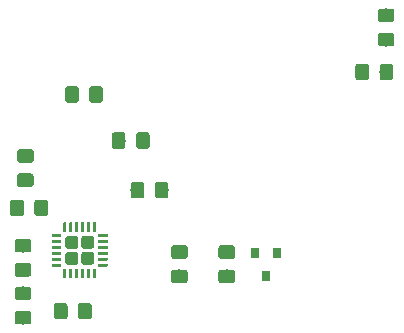
<source format=gbr>
G04 #@! TF.GenerationSoftware,KiCad,Pcbnew,(5.0.0)*
G04 #@! TF.CreationDate,2019-02-22T13:26:14-05:00*
G04 #@! TF.ProjectId,_saved_sensor_suite,5F73617665645F73656E736F725F7375,rev?*
G04 #@! TF.SameCoordinates,Original*
G04 #@! TF.FileFunction,Paste,Top*
G04 #@! TF.FilePolarity,Positive*
%FSLAX46Y46*%
G04 Gerber Fmt 4.6, Leading zero omitted, Abs format (unit mm)*
G04 Created by KiCad (PCBNEW (5.0.0)) date 02/22/19 13:26:14*
%MOMM*%
%LPD*%
G01*
G04 APERTURE LIST*
%ADD10C,0.100000*%
%ADD11C,1.090000*%
%ADD12C,0.250000*%
%ADD13R,0.800000X0.900000*%
%ADD14C,1.150000*%
G04 APERTURE END LIST*
D10*
G04 #@! TO.C,U1*
G36*
X167794504Y-102881204D02*
X167818773Y-102884804D01*
X167842571Y-102890765D01*
X167865671Y-102899030D01*
X167887849Y-102909520D01*
X167908893Y-102922133D01*
X167928598Y-102936747D01*
X167946777Y-102953223D01*
X167963253Y-102971402D01*
X167977867Y-102991107D01*
X167990480Y-103012151D01*
X168000970Y-103034329D01*
X168009235Y-103057429D01*
X168015196Y-103081227D01*
X168018796Y-103105496D01*
X168020000Y-103130000D01*
X168020000Y-103720000D01*
X168018796Y-103744504D01*
X168015196Y-103768773D01*
X168009235Y-103792571D01*
X168000970Y-103815671D01*
X167990480Y-103837849D01*
X167977867Y-103858893D01*
X167963253Y-103878598D01*
X167946777Y-103896777D01*
X167928598Y-103913253D01*
X167908893Y-103927867D01*
X167887849Y-103940480D01*
X167865671Y-103950970D01*
X167842571Y-103959235D01*
X167818773Y-103965196D01*
X167794504Y-103968796D01*
X167770000Y-103970000D01*
X167180000Y-103970000D01*
X167155496Y-103968796D01*
X167131227Y-103965196D01*
X167107429Y-103959235D01*
X167084329Y-103950970D01*
X167062151Y-103940480D01*
X167041107Y-103927867D01*
X167021402Y-103913253D01*
X167003223Y-103896777D01*
X166986747Y-103878598D01*
X166972133Y-103858893D01*
X166959520Y-103837849D01*
X166949030Y-103815671D01*
X166940765Y-103792571D01*
X166934804Y-103768773D01*
X166931204Y-103744504D01*
X166930000Y-103720000D01*
X166930000Y-103130000D01*
X166931204Y-103105496D01*
X166934804Y-103081227D01*
X166940765Y-103057429D01*
X166949030Y-103034329D01*
X166959520Y-103012151D01*
X166972133Y-102991107D01*
X166986747Y-102971402D01*
X167003223Y-102953223D01*
X167021402Y-102936747D01*
X167041107Y-102922133D01*
X167062151Y-102909520D01*
X167084329Y-102899030D01*
X167107429Y-102890765D01*
X167131227Y-102884804D01*
X167155496Y-102881204D01*
X167180000Y-102880000D01*
X167770000Y-102880000D01*
X167794504Y-102881204D01*
X167794504Y-102881204D01*
G37*
D11*
X167475000Y-103425000D03*
D10*
G36*
X166444504Y-102881204D02*
X166468773Y-102884804D01*
X166492571Y-102890765D01*
X166515671Y-102899030D01*
X166537849Y-102909520D01*
X166558893Y-102922133D01*
X166578598Y-102936747D01*
X166596777Y-102953223D01*
X166613253Y-102971402D01*
X166627867Y-102991107D01*
X166640480Y-103012151D01*
X166650970Y-103034329D01*
X166659235Y-103057429D01*
X166665196Y-103081227D01*
X166668796Y-103105496D01*
X166670000Y-103130000D01*
X166670000Y-103720000D01*
X166668796Y-103744504D01*
X166665196Y-103768773D01*
X166659235Y-103792571D01*
X166650970Y-103815671D01*
X166640480Y-103837849D01*
X166627867Y-103858893D01*
X166613253Y-103878598D01*
X166596777Y-103896777D01*
X166578598Y-103913253D01*
X166558893Y-103927867D01*
X166537849Y-103940480D01*
X166515671Y-103950970D01*
X166492571Y-103959235D01*
X166468773Y-103965196D01*
X166444504Y-103968796D01*
X166420000Y-103970000D01*
X165830000Y-103970000D01*
X165805496Y-103968796D01*
X165781227Y-103965196D01*
X165757429Y-103959235D01*
X165734329Y-103950970D01*
X165712151Y-103940480D01*
X165691107Y-103927867D01*
X165671402Y-103913253D01*
X165653223Y-103896777D01*
X165636747Y-103878598D01*
X165622133Y-103858893D01*
X165609520Y-103837849D01*
X165599030Y-103815671D01*
X165590765Y-103792571D01*
X165584804Y-103768773D01*
X165581204Y-103744504D01*
X165580000Y-103720000D01*
X165580000Y-103130000D01*
X165581204Y-103105496D01*
X165584804Y-103081227D01*
X165590765Y-103057429D01*
X165599030Y-103034329D01*
X165609520Y-103012151D01*
X165622133Y-102991107D01*
X165636747Y-102971402D01*
X165653223Y-102953223D01*
X165671402Y-102936747D01*
X165691107Y-102922133D01*
X165712151Y-102909520D01*
X165734329Y-102899030D01*
X165757429Y-102890765D01*
X165781227Y-102884804D01*
X165805496Y-102881204D01*
X165830000Y-102880000D01*
X166420000Y-102880000D01*
X166444504Y-102881204D01*
X166444504Y-102881204D01*
G37*
D11*
X166125000Y-103425000D03*
D10*
G36*
X167794504Y-104231204D02*
X167818773Y-104234804D01*
X167842571Y-104240765D01*
X167865671Y-104249030D01*
X167887849Y-104259520D01*
X167908893Y-104272133D01*
X167928598Y-104286747D01*
X167946777Y-104303223D01*
X167963253Y-104321402D01*
X167977867Y-104341107D01*
X167990480Y-104362151D01*
X168000970Y-104384329D01*
X168009235Y-104407429D01*
X168015196Y-104431227D01*
X168018796Y-104455496D01*
X168020000Y-104480000D01*
X168020000Y-105070000D01*
X168018796Y-105094504D01*
X168015196Y-105118773D01*
X168009235Y-105142571D01*
X168000970Y-105165671D01*
X167990480Y-105187849D01*
X167977867Y-105208893D01*
X167963253Y-105228598D01*
X167946777Y-105246777D01*
X167928598Y-105263253D01*
X167908893Y-105277867D01*
X167887849Y-105290480D01*
X167865671Y-105300970D01*
X167842571Y-105309235D01*
X167818773Y-105315196D01*
X167794504Y-105318796D01*
X167770000Y-105320000D01*
X167180000Y-105320000D01*
X167155496Y-105318796D01*
X167131227Y-105315196D01*
X167107429Y-105309235D01*
X167084329Y-105300970D01*
X167062151Y-105290480D01*
X167041107Y-105277867D01*
X167021402Y-105263253D01*
X167003223Y-105246777D01*
X166986747Y-105228598D01*
X166972133Y-105208893D01*
X166959520Y-105187849D01*
X166949030Y-105165671D01*
X166940765Y-105142571D01*
X166934804Y-105118773D01*
X166931204Y-105094504D01*
X166930000Y-105070000D01*
X166930000Y-104480000D01*
X166931204Y-104455496D01*
X166934804Y-104431227D01*
X166940765Y-104407429D01*
X166949030Y-104384329D01*
X166959520Y-104362151D01*
X166972133Y-104341107D01*
X166986747Y-104321402D01*
X167003223Y-104303223D01*
X167021402Y-104286747D01*
X167041107Y-104272133D01*
X167062151Y-104259520D01*
X167084329Y-104249030D01*
X167107429Y-104240765D01*
X167131227Y-104234804D01*
X167155496Y-104231204D01*
X167180000Y-104230000D01*
X167770000Y-104230000D01*
X167794504Y-104231204D01*
X167794504Y-104231204D01*
G37*
D11*
X167475000Y-104775000D03*
D10*
G36*
X166444504Y-104231204D02*
X166468773Y-104234804D01*
X166492571Y-104240765D01*
X166515671Y-104249030D01*
X166537849Y-104259520D01*
X166558893Y-104272133D01*
X166578598Y-104286747D01*
X166596777Y-104303223D01*
X166613253Y-104321402D01*
X166627867Y-104341107D01*
X166640480Y-104362151D01*
X166650970Y-104384329D01*
X166659235Y-104407429D01*
X166665196Y-104431227D01*
X166668796Y-104455496D01*
X166670000Y-104480000D01*
X166670000Y-105070000D01*
X166668796Y-105094504D01*
X166665196Y-105118773D01*
X166659235Y-105142571D01*
X166650970Y-105165671D01*
X166640480Y-105187849D01*
X166627867Y-105208893D01*
X166613253Y-105228598D01*
X166596777Y-105246777D01*
X166578598Y-105263253D01*
X166558893Y-105277867D01*
X166537849Y-105290480D01*
X166515671Y-105300970D01*
X166492571Y-105309235D01*
X166468773Y-105315196D01*
X166444504Y-105318796D01*
X166420000Y-105320000D01*
X165830000Y-105320000D01*
X165805496Y-105318796D01*
X165781227Y-105315196D01*
X165757429Y-105309235D01*
X165734329Y-105300970D01*
X165712151Y-105290480D01*
X165691107Y-105277867D01*
X165671402Y-105263253D01*
X165653223Y-105246777D01*
X165636747Y-105228598D01*
X165622133Y-105208893D01*
X165609520Y-105187849D01*
X165599030Y-105165671D01*
X165590765Y-105142571D01*
X165584804Y-105118773D01*
X165581204Y-105094504D01*
X165580000Y-105070000D01*
X165580000Y-104480000D01*
X165581204Y-104455496D01*
X165584804Y-104431227D01*
X165590765Y-104407429D01*
X165599030Y-104384329D01*
X165609520Y-104362151D01*
X165622133Y-104341107D01*
X165636747Y-104321402D01*
X165653223Y-104303223D01*
X165671402Y-104286747D01*
X165691107Y-104272133D01*
X165712151Y-104259520D01*
X165734329Y-104249030D01*
X165757429Y-104240765D01*
X165781227Y-104234804D01*
X165805496Y-104231204D01*
X165830000Y-104230000D01*
X166420000Y-104230000D01*
X166444504Y-104231204D01*
X166444504Y-104231204D01*
G37*
D11*
X166125000Y-104775000D03*
D10*
G36*
X168118626Y-101725301D02*
X168124693Y-101726201D01*
X168130643Y-101727691D01*
X168136418Y-101729758D01*
X168141962Y-101732380D01*
X168147223Y-101735533D01*
X168152150Y-101739187D01*
X168156694Y-101743306D01*
X168160813Y-101747850D01*
X168164467Y-101752777D01*
X168167620Y-101758038D01*
X168170242Y-101763582D01*
X168172309Y-101769357D01*
X168173799Y-101775307D01*
X168174699Y-101781374D01*
X168175000Y-101787500D01*
X168175000Y-102487500D01*
X168174699Y-102493626D01*
X168173799Y-102499693D01*
X168172309Y-102505643D01*
X168170242Y-102511418D01*
X168167620Y-102516962D01*
X168164467Y-102522223D01*
X168160813Y-102527150D01*
X168156694Y-102531694D01*
X168152150Y-102535813D01*
X168147223Y-102539467D01*
X168141962Y-102542620D01*
X168136418Y-102545242D01*
X168130643Y-102547309D01*
X168124693Y-102548799D01*
X168118626Y-102549699D01*
X168112500Y-102550000D01*
X167987500Y-102550000D01*
X167981374Y-102549699D01*
X167975307Y-102548799D01*
X167969357Y-102547309D01*
X167963582Y-102545242D01*
X167958038Y-102542620D01*
X167952777Y-102539467D01*
X167947850Y-102535813D01*
X167943306Y-102531694D01*
X167939187Y-102527150D01*
X167935533Y-102522223D01*
X167932380Y-102516962D01*
X167929758Y-102511418D01*
X167927691Y-102505643D01*
X167926201Y-102499693D01*
X167925301Y-102493626D01*
X167925000Y-102487500D01*
X167925000Y-101787500D01*
X167925301Y-101781374D01*
X167926201Y-101775307D01*
X167927691Y-101769357D01*
X167929758Y-101763582D01*
X167932380Y-101758038D01*
X167935533Y-101752777D01*
X167939187Y-101747850D01*
X167943306Y-101743306D01*
X167947850Y-101739187D01*
X167952777Y-101735533D01*
X167958038Y-101732380D01*
X167963582Y-101729758D01*
X167969357Y-101727691D01*
X167975307Y-101726201D01*
X167981374Y-101725301D01*
X167987500Y-101725000D01*
X168112500Y-101725000D01*
X168118626Y-101725301D01*
X168118626Y-101725301D01*
G37*
D12*
X168050000Y-102137500D03*
D10*
G36*
X167618626Y-101725301D02*
X167624693Y-101726201D01*
X167630643Y-101727691D01*
X167636418Y-101729758D01*
X167641962Y-101732380D01*
X167647223Y-101735533D01*
X167652150Y-101739187D01*
X167656694Y-101743306D01*
X167660813Y-101747850D01*
X167664467Y-101752777D01*
X167667620Y-101758038D01*
X167670242Y-101763582D01*
X167672309Y-101769357D01*
X167673799Y-101775307D01*
X167674699Y-101781374D01*
X167675000Y-101787500D01*
X167675000Y-102487500D01*
X167674699Y-102493626D01*
X167673799Y-102499693D01*
X167672309Y-102505643D01*
X167670242Y-102511418D01*
X167667620Y-102516962D01*
X167664467Y-102522223D01*
X167660813Y-102527150D01*
X167656694Y-102531694D01*
X167652150Y-102535813D01*
X167647223Y-102539467D01*
X167641962Y-102542620D01*
X167636418Y-102545242D01*
X167630643Y-102547309D01*
X167624693Y-102548799D01*
X167618626Y-102549699D01*
X167612500Y-102550000D01*
X167487500Y-102550000D01*
X167481374Y-102549699D01*
X167475307Y-102548799D01*
X167469357Y-102547309D01*
X167463582Y-102545242D01*
X167458038Y-102542620D01*
X167452777Y-102539467D01*
X167447850Y-102535813D01*
X167443306Y-102531694D01*
X167439187Y-102527150D01*
X167435533Y-102522223D01*
X167432380Y-102516962D01*
X167429758Y-102511418D01*
X167427691Y-102505643D01*
X167426201Y-102499693D01*
X167425301Y-102493626D01*
X167425000Y-102487500D01*
X167425000Y-101787500D01*
X167425301Y-101781374D01*
X167426201Y-101775307D01*
X167427691Y-101769357D01*
X167429758Y-101763582D01*
X167432380Y-101758038D01*
X167435533Y-101752777D01*
X167439187Y-101747850D01*
X167443306Y-101743306D01*
X167447850Y-101739187D01*
X167452777Y-101735533D01*
X167458038Y-101732380D01*
X167463582Y-101729758D01*
X167469357Y-101727691D01*
X167475307Y-101726201D01*
X167481374Y-101725301D01*
X167487500Y-101725000D01*
X167612500Y-101725000D01*
X167618626Y-101725301D01*
X167618626Y-101725301D01*
G37*
D12*
X167550000Y-102137500D03*
D10*
G36*
X167118626Y-101725301D02*
X167124693Y-101726201D01*
X167130643Y-101727691D01*
X167136418Y-101729758D01*
X167141962Y-101732380D01*
X167147223Y-101735533D01*
X167152150Y-101739187D01*
X167156694Y-101743306D01*
X167160813Y-101747850D01*
X167164467Y-101752777D01*
X167167620Y-101758038D01*
X167170242Y-101763582D01*
X167172309Y-101769357D01*
X167173799Y-101775307D01*
X167174699Y-101781374D01*
X167175000Y-101787500D01*
X167175000Y-102487500D01*
X167174699Y-102493626D01*
X167173799Y-102499693D01*
X167172309Y-102505643D01*
X167170242Y-102511418D01*
X167167620Y-102516962D01*
X167164467Y-102522223D01*
X167160813Y-102527150D01*
X167156694Y-102531694D01*
X167152150Y-102535813D01*
X167147223Y-102539467D01*
X167141962Y-102542620D01*
X167136418Y-102545242D01*
X167130643Y-102547309D01*
X167124693Y-102548799D01*
X167118626Y-102549699D01*
X167112500Y-102550000D01*
X166987500Y-102550000D01*
X166981374Y-102549699D01*
X166975307Y-102548799D01*
X166969357Y-102547309D01*
X166963582Y-102545242D01*
X166958038Y-102542620D01*
X166952777Y-102539467D01*
X166947850Y-102535813D01*
X166943306Y-102531694D01*
X166939187Y-102527150D01*
X166935533Y-102522223D01*
X166932380Y-102516962D01*
X166929758Y-102511418D01*
X166927691Y-102505643D01*
X166926201Y-102499693D01*
X166925301Y-102493626D01*
X166925000Y-102487500D01*
X166925000Y-101787500D01*
X166925301Y-101781374D01*
X166926201Y-101775307D01*
X166927691Y-101769357D01*
X166929758Y-101763582D01*
X166932380Y-101758038D01*
X166935533Y-101752777D01*
X166939187Y-101747850D01*
X166943306Y-101743306D01*
X166947850Y-101739187D01*
X166952777Y-101735533D01*
X166958038Y-101732380D01*
X166963582Y-101729758D01*
X166969357Y-101727691D01*
X166975307Y-101726201D01*
X166981374Y-101725301D01*
X166987500Y-101725000D01*
X167112500Y-101725000D01*
X167118626Y-101725301D01*
X167118626Y-101725301D01*
G37*
D12*
X167050000Y-102137500D03*
D10*
G36*
X166618626Y-101725301D02*
X166624693Y-101726201D01*
X166630643Y-101727691D01*
X166636418Y-101729758D01*
X166641962Y-101732380D01*
X166647223Y-101735533D01*
X166652150Y-101739187D01*
X166656694Y-101743306D01*
X166660813Y-101747850D01*
X166664467Y-101752777D01*
X166667620Y-101758038D01*
X166670242Y-101763582D01*
X166672309Y-101769357D01*
X166673799Y-101775307D01*
X166674699Y-101781374D01*
X166675000Y-101787500D01*
X166675000Y-102487500D01*
X166674699Y-102493626D01*
X166673799Y-102499693D01*
X166672309Y-102505643D01*
X166670242Y-102511418D01*
X166667620Y-102516962D01*
X166664467Y-102522223D01*
X166660813Y-102527150D01*
X166656694Y-102531694D01*
X166652150Y-102535813D01*
X166647223Y-102539467D01*
X166641962Y-102542620D01*
X166636418Y-102545242D01*
X166630643Y-102547309D01*
X166624693Y-102548799D01*
X166618626Y-102549699D01*
X166612500Y-102550000D01*
X166487500Y-102550000D01*
X166481374Y-102549699D01*
X166475307Y-102548799D01*
X166469357Y-102547309D01*
X166463582Y-102545242D01*
X166458038Y-102542620D01*
X166452777Y-102539467D01*
X166447850Y-102535813D01*
X166443306Y-102531694D01*
X166439187Y-102527150D01*
X166435533Y-102522223D01*
X166432380Y-102516962D01*
X166429758Y-102511418D01*
X166427691Y-102505643D01*
X166426201Y-102499693D01*
X166425301Y-102493626D01*
X166425000Y-102487500D01*
X166425000Y-101787500D01*
X166425301Y-101781374D01*
X166426201Y-101775307D01*
X166427691Y-101769357D01*
X166429758Y-101763582D01*
X166432380Y-101758038D01*
X166435533Y-101752777D01*
X166439187Y-101747850D01*
X166443306Y-101743306D01*
X166447850Y-101739187D01*
X166452777Y-101735533D01*
X166458038Y-101732380D01*
X166463582Y-101729758D01*
X166469357Y-101727691D01*
X166475307Y-101726201D01*
X166481374Y-101725301D01*
X166487500Y-101725000D01*
X166612500Y-101725000D01*
X166618626Y-101725301D01*
X166618626Y-101725301D01*
G37*
D12*
X166550000Y-102137500D03*
D10*
G36*
X166118626Y-101725301D02*
X166124693Y-101726201D01*
X166130643Y-101727691D01*
X166136418Y-101729758D01*
X166141962Y-101732380D01*
X166147223Y-101735533D01*
X166152150Y-101739187D01*
X166156694Y-101743306D01*
X166160813Y-101747850D01*
X166164467Y-101752777D01*
X166167620Y-101758038D01*
X166170242Y-101763582D01*
X166172309Y-101769357D01*
X166173799Y-101775307D01*
X166174699Y-101781374D01*
X166175000Y-101787500D01*
X166175000Y-102487500D01*
X166174699Y-102493626D01*
X166173799Y-102499693D01*
X166172309Y-102505643D01*
X166170242Y-102511418D01*
X166167620Y-102516962D01*
X166164467Y-102522223D01*
X166160813Y-102527150D01*
X166156694Y-102531694D01*
X166152150Y-102535813D01*
X166147223Y-102539467D01*
X166141962Y-102542620D01*
X166136418Y-102545242D01*
X166130643Y-102547309D01*
X166124693Y-102548799D01*
X166118626Y-102549699D01*
X166112500Y-102550000D01*
X165987500Y-102550000D01*
X165981374Y-102549699D01*
X165975307Y-102548799D01*
X165969357Y-102547309D01*
X165963582Y-102545242D01*
X165958038Y-102542620D01*
X165952777Y-102539467D01*
X165947850Y-102535813D01*
X165943306Y-102531694D01*
X165939187Y-102527150D01*
X165935533Y-102522223D01*
X165932380Y-102516962D01*
X165929758Y-102511418D01*
X165927691Y-102505643D01*
X165926201Y-102499693D01*
X165925301Y-102493626D01*
X165925000Y-102487500D01*
X165925000Y-101787500D01*
X165925301Y-101781374D01*
X165926201Y-101775307D01*
X165927691Y-101769357D01*
X165929758Y-101763582D01*
X165932380Y-101758038D01*
X165935533Y-101752777D01*
X165939187Y-101747850D01*
X165943306Y-101743306D01*
X165947850Y-101739187D01*
X165952777Y-101735533D01*
X165958038Y-101732380D01*
X165963582Y-101729758D01*
X165969357Y-101727691D01*
X165975307Y-101726201D01*
X165981374Y-101725301D01*
X165987500Y-101725000D01*
X166112500Y-101725000D01*
X166118626Y-101725301D01*
X166118626Y-101725301D01*
G37*
D12*
X166050000Y-102137500D03*
D10*
G36*
X165618626Y-101725301D02*
X165624693Y-101726201D01*
X165630643Y-101727691D01*
X165636418Y-101729758D01*
X165641962Y-101732380D01*
X165647223Y-101735533D01*
X165652150Y-101739187D01*
X165656694Y-101743306D01*
X165660813Y-101747850D01*
X165664467Y-101752777D01*
X165667620Y-101758038D01*
X165670242Y-101763582D01*
X165672309Y-101769357D01*
X165673799Y-101775307D01*
X165674699Y-101781374D01*
X165675000Y-101787500D01*
X165675000Y-102487500D01*
X165674699Y-102493626D01*
X165673799Y-102499693D01*
X165672309Y-102505643D01*
X165670242Y-102511418D01*
X165667620Y-102516962D01*
X165664467Y-102522223D01*
X165660813Y-102527150D01*
X165656694Y-102531694D01*
X165652150Y-102535813D01*
X165647223Y-102539467D01*
X165641962Y-102542620D01*
X165636418Y-102545242D01*
X165630643Y-102547309D01*
X165624693Y-102548799D01*
X165618626Y-102549699D01*
X165612500Y-102550000D01*
X165487500Y-102550000D01*
X165481374Y-102549699D01*
X165475307Y-102548799D01*
X165469357Y-102547309D01*
X165463582Y-102545242D01*
X165458038Y-102542620D01*
X165452777Y-102539467D01*
X165447850Y-102535813D01*
X165443306Y-102531694D01*
X165439187Y-102527150D01*
X165435533Y-102522223D01*
X165432380Y-102516962D01*
X165429758Y-102511418D01*
X165427691Y-102505643D01*
X165426201Y-102499693D01*
X165425301Y-102493626D01*
X165425000Y-102487500D01*
X165425000Y-101787500D01*
X165425301Y-101781374D01*
X165426201Y-101775307D01*
X165427691Y-101769357D01*
X165429758Y-101763582D01*
X165432380Y-101758038D01*
X165435533Y-101752777D01*
X165439187Y-101747850D01*
X165443306Y-101743306D01*
X165447850Y-101739187D01*
X165452777Y-101735533D01*
X165458038Y-101732380D01*
X165463582Y-101729758D01*
X165469357Y-101727691D01*
X165475307Y-101726201D01*
X165481374Y-101725301D01*
X165487500Y-101725000D01*
X165612500Y-101725000D01*
X165618626Y-101725301D01*
X165618626Y-101725301D01*
G37*
D12*
X165550000Y-102137500D03*
D10*
G36*
X165193626Y-102725301D02*
X165199693Y-102726201D01*
X165205643Y-102727691D01*
X165211418Y-102729758D01*
X165216962Y-102732380D01*
X165222223Y-102735533D01*
X165227150Y-102739187D01*
X165231694Y-102743306D01*
X165235813Y-102747850D01*
X165239467Y-102752777D01*
X165242620Y-102758038D01*
X165245242Y-102763582D01*
X165247309Y-102769357D01*
X165248799Y-102775307D01*
X165249699Y-102781374D01*
X165250000Y-102787500D01*
X165250000Y-102912500D01*
X165249699Y-102918626D01*
X165248799Y-102924693D01*
X165247309Y-102930643D01*
X165245242Y-102936418D01*
X165242620Y-102941962D01*
X165239467Y-102947223D01*
X165235813Y-102952150D01*
X165231694Y-102956694D01*
X165227150Y-102960813D01*
X165222223Y-102964467D01*
X165216962Y-102967620D01*
X165211418Y-102970242D01*
X165205643Y-102972309D01*
X165199693Y-102973799D01*
X165193626Y-102974699D01*
X165187500Y-102975000D01*
X164487500Y-102975000D01*
X164481374Y-102974699D01*
X164475307Y-102973799D01*
X164469357Y-102972309D01*
X164463582Y-102970242D01*
X164458038Y-102967620D01*
X164452777Y-102964467D01*
X164447850Y-102960813D01*
X164443306Y-102956694D01*
X164439187Y-102952150D01*
X164435533Y-102947223D01*
X164432380Y-102941962D01*
X164429758Y-102936418D01*
X164427691Y-102930643D01*
X164426201Y-102924693D01*
X164425301Y-102918626D01*
X164425000Y-102912500D01*
X164425000Y-102787500D01*
X164425301Y-102781374D01*
X164426201Y-102775307D01*
X164427691Y-102769357D01*
X164429758Y-102763582D01*
X164432380Y-102758038D01*
X164435533Y-102752777D01*
X164439187Y-102747850D01*
X164443306Y-102743306D01*
X164447850Y-102739187D01*
X164452777Y-102735533D01*
X164458038Y-102732380D01*
X164463582Y-102729758D01*
X164469357Y-102727691D01*
X164475307Y-102726201D01*
X164481374Y-102725301D01*
X164487500Y-102725000D01*
X165187500Y-102725000D01*
X165193626Y-102725301D01*
X165193626Y-102725301D01*
G37*
D12*
X164837500Y-102850000D03*
D10*
G36*
X165193626Y-103225301D02*
X165199693Y-103226201D01*
X165205643Y-103227691D01*
X165211418Y-103229758D01*
X165216962Y-103232380D01*
X165222223Y-103235533D01*
X165227150Y-103239187D01*
X165231694Y-103243306D01*
X165235813Y-103247850D01*
X165239467Y-103252777D01*
X165242620Y-103258038D01*
X165245242Y-103263582D01*
X165247309Y-103269357D01*
X165248799Y-103275307D01*
X165249699Y-103281374D01*
X165250000Y-103287500D01*
X165250000Y-103412500D01*
X165249699Y-103418626D01*
X165248799Y-103424693D01*
X165247309Y-103430643D01*
X165245242Y-103436418D01*
X165242620Y-103441962D01*
X165239467Y-103447223D01*
X165235813Y-103452150D01*
X165231694Y-103456694D01*
X165227150Y-103460813D01*
X165222223Y-103464467D01*
X165216962Y-103467620D01*
X165211418Y-103470242D01*
X165205643Y-103472309D01*
X165199693Y-103473799D01*
X165193626Y-103474699D01*
X165187500Y-103475000D01*
X164487500Y-103475000D01*
X164481374Y-103474699D01*
X164475307Y-103473799D01*
X164469357Y-103472309D01*
X164463582Y-103470242D01*
X164458038Y-103467620D01*
X164452777Y-103464467D01*
X164447850Y-103460813D01*
X164443306Y-103456694D01*
X164439187Y-103452150D01*
X164435533Y-103447223D01*
X164432380Y-103441962D01*
X164429758Y-103436418D01*
X164427691Y-103430643D01*
X164426201Y-103424693D01*
X164425301Y-103418626D01*
X164425000Y-103412500D01*
X164425000Y-103287500D01*
X164425301Y-103281374D01*
X164426201Y-103275307D01*
X164427691Y-103269357D01*
X164429758Y-103263582D01*
X164432380Y-103258038D01*
X164435533Y-103252777D01*
X164439187Y-103247850D01*
X164443306Y-103243306D01*
X164447850Y-103239187D01*
X164452777Y-103235533D01*
X164458038Y-103232380D01*
X164463582Y-103229758D01*
X164469357Y-103227691D01*
X164475307Y-103226201D01*
X164481374Y-103225301D01*
X164487500Y-103225000D01*
X165187500Y-103225000D01*
X165193626Y-103225301D01*
X165193626Y-103225301D01*
G37*
D12*
X164837500Y-103350000D03*
D10*
G36*
X165193626Y-103725301D02*
X165199693Y-103726201D01*
X165205643Y-103727691D01*
X165211418Y-103729758D01*
X165216962Y-103732380D01*
X165222223Y-103735533D01*
X165227150Y-103739187D01*
X165231694Y-103743306D01*
X165235813Y-103747850D01*
X165239467Y-103752777D01*
X165242620Y-103758038D01*
X165245242Y-103763582D01*
X165247309Y-103769357D01*
X165248799Y-103775307D01*
X165249699Y-103781374D01*
X165250000Y-103787500D01*
X165250000Y-103912500D01*
X165249699Y-103918626D01*
X165248799Y-103924693D01*
X165247309Y-103930643D01*
X165245242Y-103936418D01*
X165242620Y-103941962D01*
X165239467Y-103947223D01*
X165235813Y-103952150D01*
X165231694Y-103956694D01*
X165227150Y-103960813D01*
X165222223Y-103964467D01*
X165216962Y-103967620D01*
X165211418Y-103970242D01*
X165205643Y-103972309D01*
X165199693Y-103973799D01*
X165193626Y-103974699D01*
X165187500Y-103975000D01*
X164487500Y-103975000D01*
X164481374Y-103974699D01*
X164475307Y-103973799D01*
X164469357Y-103972309D01*
X164463582Y-103970242D01*
X164458038Y-103967620D01*
X164452777Y-103964467D01*
X164447850Y-103960813D01*
X164443306Y-103956694D01*
X164439187Y-103952150D01*
X164435533Y-103947223D01*
X164432380Y-103941962D01*
X164429758Y-103936418D01*
X164427691Y-103930643D01*
X164426201Y-103924693D01*
X164425301Y-103918626D01*
X164425000Y-103912500D01*
X164425000Y-103787500D01*
X164425301Y-103781374D01*
X164426201Y-103775307D01*
X164427691Y-103769357D01*
X164429758Y-103763582D01*
X164432380Y-103758038D01*
X164435533Y-103752777D01*
X164439187Y-103747850D01*
X164443306Y-103743306D01*
X164447850Y-103739187D01*
X164452777Y-103735533D01*
X164458038Y-103732380D01*
X164463582Y-103729758D01*
X164469357Y-103727691D01*
X164475307Y-103726201D01*
X164481374Y-103725301D01*
X164487500Y-103725000D01*
X165187500Y-103725000D01*
X165193626Y-103725301D01*
X165193626Y-103725301D01*
G37*
D12*
X164837500Y-103850000D03*
D10*
G36*
X165193626Y-104225301D02*
X165199693Y-104226201D01*
X165205643Y-104227691D01*
X165211418Y-104229758D01*
X165216962Y-104232380D01*
X165222223Y-104235533D01*
X165227150Y-104239187D01*
X165231694Y-104243306D01*
X165235813Y-104247850D01*
X165239467Y-104252777D01*
X165242620Y-104258038D01*
X165245242Y-104263582D01*
X165247309Y-104269357D01*
X165248799Y-104275307D01*
X165249699Y-104281374D01*
X165250000Y-104287500D01*
X165250000Y-104412500D01*
X165249699Y-104418626D01*
X165248799Y-104424693D01*
X165247309Y-104430643D01*
X165245242Y-104436418D01*
X165242620Y-104441962D01*
X165239467Y-104447223D01*
X165235813Y-104452150D01*
X165231694Y-104456694D01*
X165227150Y-104460813D01*
X165222223Y-104464467D01*
X165216962Y-104467620D01*
X165211418Y-104470242D01*
X165205643Y-104472309D01*
X165199693Y-104473799D01*
X165193626Y-104474699D01*
X165187500Y-104475000D01*
X164487500Y-104475000D01*
X164481374Y-104474699D01*
X164475307Y-104473799D01*
X164469357Y-104472309D01*
X164463582Y-104470242D01*
X164458038Y-104467620D01*
X164452777Y-104464467D01*
X164447850Y-104460813D01*
X164443306Y-104456694D01*
X164439187Y-104452150D01*
X164435533Y-104447223D01*
X164432380Y-104441962D01*
X164429758Y-104436418D01*
X164427691Y-104430643D01*
X164426201Y-104424693D01*
X164425301Y-104418626D01*
X164425000Y-104412500D01*
X164425000Y-104287500D01*
X164425301Y-104281374D01*
X164426201Y-104275307D01*
X164427691Y-104269357D01*
X164429758Y-104263582D01*
X164432380Y-104258038D01*
X164435533Y-104252777D01*
X164439187Y-104247850D01*
X164443306Y-104243306D01*
X164447850Y-104239187D01*
X164452777Y-104235533D01*
X164458038Y-104232380D01*
X164463582Y-104229758D01*
X164469357Y-104227691D01*
X164475307Y-104226201D01*
X164481374Y-104225301D01*
X164487500Y-104225000D01*
X165187500Y-104225000D01*
X165193626Y-104225301D01*
X165193626Y-104225301D01*
G37*
D12*
X164837500Y-104350000D03*
D10*
G36*
X165193626Y-104725301D02*
X165199693Y-104726201D01*
X165205643Y-104727691D01*
X165211418Y-104729758D01*
X165216962Y-104732380D01*
X165222223Y-104735533D01*
X165227150Y-104739187D01*
X165231694Y-104743306D01*
X165235813Y-104747850D01*
X165239467Y-104752777D01*
X165242620Y-104758038D01*
X165245242Y-104763582D01*
X165247309Y-104769357D01*
X165248799Y-104775307D01*
X165249699Y-104781374D01*
X165250000Y-104787500D01*
X165250000Y-104912500D01*
X165249699Y-104918626D01*
X165248799Y-104924693D01*
X165247309Y-104930643D01*
X165245242Y-104936418D01*
X165242620Y-104941962D01*
X165239467Y-104947223D01*
X165235813Y-104952150D01*
X165231694Y-104956694D01*
X165227150Y-104960813D01*
X165222223Y-104964467D01*
X165216962Y-104967620D01*
X165211418Y-104970242D01*
X165205643Y-104972309D01*
X165199693Y-104973799D01*
X165193626Y-104974699D01*
X165187500Y-104975000D01*
X164487500Y-104975000D01*
X164481374Y-104974699D01*
X164475307Y-104973799D01*
X164469357Y-104972309D01*
X164463582Y-104970242D01*
X164458038Y-104967620D01*
X164452777Y-104964467D01*
X164447850Y-104960813D01*
X164443306Y-104956694D01*
X164439187Y-104952150D01*
X164435533Y-104947223D01*
X164432380Y-104941962D01*
X164429758Y-104936418D01*
X164427691Y-104930643D01*
X164426201Y-104924693D01*
X164425301Y-104918626D01*
X164425000Y-104912500D01*
X164425000Y-104787500D01*
X164425301Y-104781374D01*
X164426201Y-104775307D01*
X164427691Y-104769357D01*
X164429758Y-104763582D01*
X164432380Y-104758038D01*
X164435533Y-104752777D01*
X164439187Y-104747850D01*
X164443306Y-104743306D01*
X164447850Y-104739187D01*
X164452777Y-104735533D01*
X164458038Y-104732380D01*
X164463582Y-104729758D01*
X164469357Y-104727691D01*
X164475307Y-104726201D01*
X164481374Y-104725301D01*
X164487500Y-104725000D01*
X165187500Y-104725000D01*
X165193626Y-104725301D01*
X165193626Y-104725301D01*
G37*
D12*
X164837500Y-104850000D03*
D10*
G36*
X165193626Y-105225301D02*
X165199693Y-105226201D01*
X165205643Y-105227691D01*
X165211418Y-105229758D01*
X165216962Y-105232380D01*
X165222223Y-105235533D01*
X165227150Y-105239187D01*
X165231694Y-105243306D01*
X165235813Y-105247850D01*
X165239467Y-105252777D01*
X165242620Y-105258038D01*
X165245242Y-105263582D01*
X165247309Y-105269357D01*
X165248799Y-105275307D01*
X165249699Y-105281374D01*
X165250000Y-105287500D01*
X165250000Y-105412500D01*
X165249699Y-105418626D01*
X165248799Y-105424693D01*
X165247309Y-105430643D01*
X165245242Y-105436418D01*
X165242620Y-105441962D01*
X165239467Y-105447223D01*
X165235813Y-105452150D01*
X165231694Y-105456694D01*
X165227150Y-105460813D01*
X165222223Y-105464467D01*
X165216962Y-105467620D01*
X165211418Y-105470242D01*
X165205643Y-105472309D01*
X165199693Y-105473799D01*
X165193626Y-105474699D01*
X165187500Y-105475000D01*
X164487500Y-105475000D01*
X164481374Y-105474699D01*
X164475307Y-105473799D01*
X164469357Y-105472309D01*
X164463582Y-105470242D01*
X164458038Y-105467620D01*
X164452777Y-105464467D01*
X164447850Y-105460813D01*
X164443306Y-105456694D01*
X164439187Y-105452150D01*
X164435533Y-105447223D01*
X164432380Y-105441962D01*
X164429758Y-105436418D01*
X164427691Y-105430643D01*
X164426201Y-105424693D01*
X164425301Y-105418626D01*
X164425000Y-105412500D01*
X164425000Y-105287500D01*
X164425301Y-105281374D01*
X164426201Y-105275307D01*
X164427691Y-105269357D01*
X164429758Y-105263582D01*
X164432380Y-105258038D01*
X164435533Y-105252777D01*
X164439187Y-105247850D01*
X164443306Y-105243306D01*
X164447850Y-105239187D01*
X164452777Y-105235533D01*
X164458038Y-105232380D01*
X164463582Y-105229758D01*
X164469357Y-105227691D01*
X164475307Y-105226201D01*
X164481374Y-105225301D01*
X164487500Y-105225000D01*
X165187500Y-105225000D01*
X165193626Y-105225301D01*
X165193626Y-105225301D01*
G37*
D12*
X164837500Y-105350000D03*
D10*
G36*
X165618626Y-105650301D02*
X165624693Y-105651201D01*
X165630643Y-105652691D01*
X165636418Y-105654758D01*
X165641962Y-105657380D01*
X165647223Y-105660533D01*
X165652150Y-105664187D01*
X165656694Y-105668306D01*
X165660813Y-105672850D01*
X165664467Y-105677777D01*
X165667620Y-105683038D01*
X165670242Y-105688582D01*
X165672309Y-105694357D01*
X165673799Y-105700307D01*
X165674699Y-105706374D01*
X165675000Y-105712500D01*
X165675000Y-106412500D01*
X165674699Y-106418626D01*
X165673799Y-106424693D01*
X165672309Y-106430643D01*
X165670242Y-106436418D01*
X165667620Y-106441962D01*
X165664467Y-106447223D01*
X165660813Y-106452150D01*
X165656694Y-106456694D01*
X165652150Y-106460813D01*
X165647223Y-106464467D01*
X165641962Y-106467620D01*
X165636418Y-106470242D01*
X165630643Y-106472309D01*
X165624693Y-106473799D01*
X165618626Y-106474699D01*
X165612500Y-106475000D01*
X165487500Y-106475000D01*
X165481374Y-106474699D01*
X165475307Y-106473799D01*
X165469357Y-106472309D01*
X165463582Y-106470242D01*
X165458038Y-106467620D01*
X165452777Y-106464467D01*
X165447850Y-106460813D01*
X165443306Y-106456694D01*
X165439187Y-106452150D01*
X165435533Y-106447223D01*
X165432380Y-106441962D01*
X165429758Y-106436418D01*
X165427691Y-106430643D01*
X165426201Y-106424693D01*
X165425301Y-106418626D01*
X165425000Y-106412500D01*
X165425000Y-105712500D01*
X165425301Y-105706374D01*
X165426201Y-105700307D01*
X165427691Y-105694357D01*
X165429758Y-105688582D01*
X165432380Y-105683038D01*
X165435533Y-105677777D01*
X165439187Y-105672850D01*
X165443306Y-105668306D01*
X165447850Y-105664187D01*
X165452777Y-105660533D01*
X165458038Y-105657380D01*
X165463582Y-105654758D01*
X165469357Y-105652691D01*
X165475307Y-105651201D01*
X165481374Y-105650301D01*
X165487500Y-105650000D01*
X165612500Y-105650000D01*
X165618626Y-105650301D01*
X165618626Y-105650301D01*
G37*
D12*
X165550000Y-106062500D03*
D10*
G36*
X166118626Y-105650301D02*
X166124693Y-105651201D01*
X166130643Y-105652691D01*
X166136418Y-105654758D01*
X166141962Y-105657380D01*
X166147223Y-105660533D01*
X166152150Y-105664187D01*
X166156694Y-105668306D01*
X166160813Y-105672850D01*
X166164467Y-105677777D01*
X166167620Y-105683038D01*
X166170242Y-105688582D01*
X166172309Y-105694357D01*
X166173799Y-105700307D01*
X166174699Y-105706374D01*
X166175000Y-105712500D01*
X166175000Y-106412500D01*
X166174699Y-106418626D01*
X166173799Y-106424693D01*
X166172309Y-106430643D01*
X166170242Y-106436418D01*
X166167620Y-106441962D01*
X166164467Y-106447223D01*
X166160813Y-106452150D01*
X166156694Y-106456694D01*
X166152150Y-106460813D01*
X166147223Y-106464467D01*
X166141962Y-106467620D01*
X166136418Y-106470242D01*
X166130643Y-106472309D01*
X166124693Y-106473799D01*
X166118626Y-106474699D01*
X166112500Y-106475000D01*
X165987500Y-106475000D01*
X165981374Y-106474699D01*
X165975307Y-106473799D01*
X165969357Y-106472309D01*
X165963582Y-106470242D01*
X165958038Y-106467620D01*
X165952777Y-106464467D01*
X165947850Y-106460813D01*
X165943306Y-106456694D01*
X165939187Y-106452150D01*
X165935533Y-106447223D01*
X165932380Y-106441962D01*
X165929758Y-106436418D01*
X165927691Y-106430643D01*
X165926201Y-106424693D01*
X165925301Y-106418626D01*
X165925000Y-106412500D01*
X165925000Y-105712500D01*
X165925301Y-105706374D01*
X165926201Y-105700307D01*
X165927691Y-105694357D01*
X165929758Y-105688582D01*
X165932380Y-105683038D01*
X165935533Y-105677777D01*
X165939187Y-105672850D01*
X165943306Y-105668306D01*
X165947850Y-105664187D01*
X165952777Y-105660533D01*
X165958038Y-105657380D01*
X165963582Y-105654758D01*
X165969357Y-105652691D01*
X165975307Y-105651201D01*
X165981374Y-105650301D01*
X165987500Y-105650000D01*
X166112500Y-105650000D01*
X166118626Y-105650301D01*
X166118626Y-105650301D01*
G37*
D12*
X166050000Y-106062500D03*
D10*
G36*
X166618626Y-105650301D02*
X166624693Y-105651201D01*
X166630643Y-105652691D01*
X166636418Y-105654758D01*
X166641962Y-105657380D01*
X166647223Y-105660533D01*
X166652150Y-105664187D01*
X166656694Y-105668306D01*
X166660813Y-105672850D01*
X166664467Y-105677777D01*
X166667620Y-105683038D01*
X166670242Y-105688582D01*
X166672309Y-105694357D01*
X166673799Y-105700307D01*
X166674699Y-105706374D01*
X166675000Y-105712500D01*
X166675000Y-106412500D01*
X166674699Y-106418626D01*
X166673799Y-106424693D01*
X166672309Y-106430643D01*
X166670242Y-106436418D01*
X166667620Y-106441962D01*
X166664467Y-106447223D01*
X166660813Y-106452150D01*
X166656694Y-106456694D01*
X166652150Y-106460813D01*
X166647223Y-106464467D01*
X166641962Y-106467620D01*
X166636418Y-106470242D01*
X166630643Y-106472309D01*
X166624693Y-106473799D01*
X166618626Y-106474699D01*
X166612500Y-106475000D01*
X166487500Y-106475000D01*
X166481374Y-106474699D01*
X166475307Y-106473799D01*
X166469357Y-106472309D01*
X166463582Y-106470242D01*
X166458038Y-106467620D01*
X166452777Y-106464467D01*
X166447850Y-106460813D01*
X166443306Y-106456694D01*
X166439187Y-106452150D01*
X166435533Y-106447223D01*
X166432380Y-106441962D01*
X166429758Y-106436418D01*
X166427691Y-106430643D01*
X166426201Y-106424693D01*
X166425301Y-106418626D01*
X166425000Y-106412500D01*
X166425000Y-105712500D01*
X166425301Y-105706374D01*
X166426201Y-105700307D01*
X166427691Y-105694357D01*
X166429758Y-105688582D01*
X166432380Y-105683038D01*
X166435533Y-105677777D01*
X166439187Y-105672850D01*
X166443306Y-105668306D01*
X166447850Y-105664187D01*
X166452777Y-105660533D01*
X166458038Y-105657380D01*
X166463582Y-105654758D01*
X166469357Y-105652691D01*
X166475307Y-105651201D01*
X166481374Y-105650301D01*
X166487500Y-105650000D01*
X166612500Y-105650000D01*
X166618626Y-105650301D01*
X166618626Y-105650301D01*
G37*
D12*
X166550000Y-106062500D03*
D10*
G36*
X167118626Y-105650301D02*
X167124693Y-105651201D01*
X167130643Y-105652691D01*
X167136418Y-105654758D01*
X167141962Y-105657380D01*
X167147223Y-105660533D01*
X167152150Y-105664187D01*
X167156694Y-105668306D01*
X167160813Y-105672850D01*
X167164467Y-105677777D01*
X167167620Y-105683038D01*
X167170242Y-105688582D01*
X167172309Y-105694357D01*
X167173799Y-105700307D01*
X167174699Y-105706374D01*
X167175000Y-105712500D01*
X167175000Y-106412500D01*
X167174699Y-106418626D01*
X167173799Y-106424693D01*
X167172309Y-106430643D01*
X167170242Y-106436418D01*
X167167620Y-106441962D01*
X167164467Y-106447223D01*
X167160813Y-106452150D01*
X167156694Y-106456694D01*
X167152150Y-106460813D01*
X167147223Y-106464467D01*
X167141962Y-106467620D01*
X167136418Y-106470242D01*
X167130643Y-106472309D01*
X167124693Y-106473799D01*
X167118626Y-106474699D01*
X167112500Y-106475000D01*
X166987500Y-106475000D01*
X166981374Y-106474699D01*
X166975307Y-106473799D01*
X166969357Y-106472309D01*
X166963582Y-106470242D01*
X166958038Y-106467620D01*
X166952777Y-106464467D01*
X166947850Y-106460813D01*
X166943306Y-106456694D01*
X166939187Y-106452150D01*
X166935533Y-106447223D01*
X166932380Y-106441962D01*
X166929758Y-106436418D01*
X166927691Y-106430643D01*
X166926201Y-106424693D01*
X166925301Y-106418626D01*
X166925000Y-106412500D01*
X166925000Y-105712500D01*
X166925301Y-105706374D01*
X166926201Y-105700307D01*
X166927691Y-105694357D01*
X166929758Y-105688582D01*
X166932380Y-105683038D01*
X166935533Y-105677777D01*
X166939187Y-105672850D01*
X166943306Y-105668306D01*
X166947850Y-105664187D01*
X166952777Y-105660533D01*
X166958038Y-105657380D01*
X166963582Y-105654758D01*
X166969357Y-105652691D01*
X166975307Y-105651201D01*
X166981374Y-105650301D01*
X166987500Y-105650000D01*
X167112500Y-105650000D01*
X167118626Y-105650301D01*
X167118626Y-105650301D01*
G37*
D12*
X167050000Y-106062500D03*
D10*
G36*
X167618626Y-105650301D02*
X167624693Y-105651201D01*
X167630643Y-105652691D01*
X167636418Y-105654758D01*
X167641962Y-105657380D01*
X167647223Y-105660533D01*
X167652150Y-105664187D01*
X167656694Y-105668306D01*
X167660813Y-105672850D01*
X167664467Y-105677777D01*
X167667620Y-105683038D01*
X167670242Y-105688582D01*
X167672309Y-105694357D01*
X167673799Y-105700307D01*
X167674699Y-105706374D01*
X167675000Y-105712500D01*
X167675000Y-106412500D01*
X167674699Y-106418626D01*
X167673799Y-106424693D01*
X167672309Y-106430643D01*
X167670242Y-106436418D01*
X167667620Y-106441962D01*
X167664467Y-106447223D01*
X167660813Y-106452150D01*
X167656694Y-106456694D01*
X167652150Y-106460813D01*
X167647223Y-106464467D01*
X167641962Y-106467620D01*
X167636418Y-106470242D01*
X167630643Y-106472309D01*
X167624693Y-106473799D01*
X167618626Y-106474699D01*
X167612500Y-106475000D01*
X167487500Y-106475000D01*
X167481374Y-106474699D01*
X167475307Y-106473799D01*
X167469357Y-106472309D01*
X167463582Y-106470242D01*
X167458038Y-106467620D01*
X167452777Y-106464467D01*
X167447850Y-106460813D01*
X167443306Y-106456694D01*
X167439187Y-106452150D01*
X167435533Y-106447223D01*
X167432380Y-106441962D01*
X167429758Y-106436418D01*
X167427691Y-106430643D01*
X167426201Y-106424693D01*
X167425301Y-106418626D01*
X167425000Y-106412500D01*
X167425000Y-105712500D01*
X167425301Y-105706374D01*
X167426201Y-105700307D01*
X167427691Y-105694357D01*
X167429758Y-105688582D01*
X167432380Y-105683038D01*
X167435533Y-105677777D01*
X167439187Y-105672850D01*
X167443306Y-105668306D01*
X167447850Y-105664187D01*
X167452777Y-105660533D01*
X167458038Y-105657380D01*
X167463582Y-105654758D01*
X167469357Y-105652691D01*
X167475307Y-105651201D01*
X167481374Y-105650301D01*
X167487500Y-105650000D01*
X167612500Y-105650000D01*
X167618626Y-105650301D01*
X167618626Y-105650301D01*
G37*
D12*
X167550000Y-106062500D03*
D10*
G36*
X168118626Y-105650301D02*
X168124693Y-105651201D01*
X168130643Y-105652691D01*
X168136418Y-105654758D01*
X168141962Y-105657380D01*
X168147223Y-105660533D01*
X168152150Y-105664187D01*
X168156694Y-105668306D01*
X168160813Y-105672850D01*
X168164467Y-105677777D01*
X168167620Y-105683038D01*
X168170242Y-105688582D01*
X168172309Y-105694357D01*
X168173799Y-105700307D01*
X168174699Y-105706374D01*
X168175000Y-105712500D01*
X168175000Y-106412500D01*
X168174699Y-106418626D01*
X168173799Y-106424693D01*
X168172309Y-106430643D01*
X168170242Y-106436418D01*
X168167620Y-106441962D01*
X168164467Y-106447223D01*
X168160813Y-106452150D01*
X168156694Y-106456694D01*
X168152150Y-106460813D01*
X168147223Y-106464467D01*
X168141962Y-106467620D01*
X168136418Y-106470242D01*
X168130643Y-106472309D01*
X168124693Y-106473799D01*
X168118626Y-106474699D01*
X168112500Y-106475000D01*
X167987500Y-106475000D01*
X167981374Y-106474699D01*
X167975307Y-106473799D01*
X167969357Y-106472309D01*
X167963582Y-106470242D01*
X167958038Y-106467620D01*
X167952777Y-106464467D01*
X167947850Y-106460813D01*
X167943306Y-106456694D01*
X167939187Y-106452150D01*
X167935533Y-106447223D01*
X167932380Y-106441962D01*
X167929758Y-106436418D01*
X167927691Y-106430643D01*
X167926201Y-106424693D01*
X167925301Y-106418626D01*
X167925000Y-106412500D01*
X167925000Y-105712500D01*
X167925301Y-105706374D01*
X167926201Y-105700307D01*
X167927691Y-105694357D01*
X167929758Y-105688582D01*
X167932380Y-105683038D01*
X167935533Y-105677777D01*
X167939187Y-105672850D01*
X167943306Y-105668306D01*
X167947850Y-105664187D01*
X167952777Y-105660533D01*
X167958038Y-105657380D01*
X167963582Y-105654758D01*
X167969357Y-105652691D01*
X167975307Y-105651201D01*
X167981374Y-105650301D01*
X167987500Y-105650000D01*
X168112500Y-105650000D01*
X168118626Y-105650301D01*
X168118626Y-105650301D01*
G37*
D12*
X168050000Y-106062500D03*
D10*
G36*
X169118626Y-105225301D02*
X169124693Y-105226201D01*
X169130643Y-105227691D01*
X169136418Y-105229758D01*
X169141962Y-105232380D01*
X169147223Y-105235533D01*
X169152150Y-105239187D01*
X169156694Y-105243306D01*
X169160813Y-105247850D01*
X169164467Y-105252777D01*
X169167620Y-105258038D01*
X169170242Y-105263582D01*
X169172309Y-105269357D01*
X169173799Y-105275307D01*
X169174699Y-105281374D01*
X169175000Y-105287500D01*
X169175000Y-105412500D01*
X169174699Y-105418626D01*
X169173799Y-105424693D01*
X169172309Y-105430643D01*
X169170242Y-105436418D01*
X169167620Y-105441962D01*
X169164467Y-105447223D01*
X169160813Y-105452150D01*
X169156694Y-105456694D01*
X169152150Y-105460813D01*
X169147223Y-105464467D01*
X169141962Y-105467620D01*
X169136418Y-105470242D01*
X169130643Y-105472309D01*
X169124693Y-105473799D01*
X169118626Y-105474699D01*
X169112500Y-105475000D01*
X168412500Y-105475000D01*
X168406374Y-105474699D01*
X168400307Y-105473799D01*
X168394357Y-105472309D01*
X168388582Y-105470242D01*
X168383038Y-105467620D01*
X168377777Y-105464467D01*
X168372850Y-105460813D01*
X168368306Y-105456694D01*
X168364187Y-105452150D01*
X168360533Y-105447223D01*
X168357380Y-105441962D01*
X168354758Y-105436418D01*
X168352691Y-105430643D01*
X168351201Y-105424693D01*
X168350301Y-105418626D01*
X168350000Y-105412500D01*
X168350000Y-105287500D01*
X168350301Y-105281374D01*
X168351201Y-105275307D01*
X168352691Y-105269357D01*
X168354758Y-105263582D01*
X168357380Y-105258038D01*
X168360533Y-105252777D01*
X168364187Y-105247850D01*
X168368306Y-105243306D01*
X168372850Y-105239187D01*
X168377777Y-105235533D01*
X168383038Y-105232380D01*
X168388582Y-105229758D01*
X168394357Y-105227691D01*
X168400307Y-105226201D01*
X168406374Y-105225301D01*
X168412500Y-105225000D01*
X169112500Y-105225000D01*
X169118626Y-105225301D01*
X169118626Y-105225301D01*
G37*
D12*
X168762500Y-105350000D03*
D10*
G36*
X169118626Y-104725301D02*
X169124693Y-104726201D01*
X169130643Y-104727691D01*
X169136418Y-104729758D01*
X169141962Y-104732380D01*
X169147223Y-104735533D01*
X169152150Y-104739187D01*
X169156694Y-104743306D01*
X169160813Y-104747850D01*
X169164467Y-104752777D01*
X169167620Y-104758038D01*
X169170242Y-104763582D01*
X169172309Y-104769357D01*
X169173799Y-104775307D01*
X169174699Y-104781374D01*
X169175000Y-104787500D01*
X169175000Y-104912500D01*
X169174699Y-104918626D01*
X169173799Y-104924693D01*
X169172309Y-104930643D01*
X169170242Y-104936418D01*
X169167620Y-104941962D01*
X169164467Y-104947223D01*
X169160813Y-104952150D01*
X169156694Y-104956694D01*
X169152150Y-104960813D01*
X169147223Y-104964467D01*
X169141962Y-104967620D01*
X169136418Y-104970242D01*
X169130643Y-104972309D01*
X169124693Y-104973799D01*
X169118626Y-104974699D01*
X169112500Y-104975000D01*
X168412500Y-104975000D01*
X168406374Y-104974699D01*
X168400307Y-104973799D01*
X168394357Y-104972309D01*
X168388582Y-104970242D01*
X168383038Y-104967620D01*
X168377777Y-104964467D01*
X168372850Y-104960813D01*
X168368306Y-104956694D01*
X168364187Y-104952150D01*
X168360533Y-104947223D01*
X168357380Y-104941962D01*
X168354758Y-104936418D01*
X168352691Y-104930643D01*
X168351201Y-104924693D01*
X168350301Y-104918626D01*
X168350000Y-104912500D01*
X168350000Y-104787500D01*
X168350301Y-104781374D01*
X168351201Y-104775307D01*
X168352691Y-104769357D01*
X168354758Y-104763582D01*
X168357380Y-104758038D01*
X168360533Y-104752777D01*
X168364187Y-104747850D01*
X168368306Y-104743306D01*
X168372850Y-104739187D01*
X168377777Y-104735533D01*
X168383038Y-104732380D01*
X168388582Y-104729758D01*
X168394357Y-104727691D01*
X168400307Y-104726201D01*
X168406374Y-104725301D01*
X168412500Y-104725000D01*
X169112500Y-104725000D01*
X169118626Y-104725301D01*
X169118626Y-104725301D01*
G37*
D12*
X168762500Y-104850000D03*
D10*
G36*
X169118626Y-104225301D02*
X169124693Y-104226201D01*
X169130643Y-104227691D01*
X169136418Y-104229758D01*
X169141962Y-104232380D01*
X169147223Y-104235533D01*
X169152150Y-104239187D01*
X169156694Y-104243306D01*
X169160813Y-104247850D01*
X169164467Y-104252777D01*
X169167620Y-104258038D01*
X169170242Y-104263582D01*
X169172309Y-104269357D01*
X169173799Y-104275307D01*
X169174699Y-104281374D01*
X169175000Y-104287500D01*
X169175000Y-104412500D01*
X169174699Y-104418626D01*
X169173799Y-104424693D01*
X169172309Y-104430643D01*
X169170242Y-104436418D01*
X169167620Y-104441962D01*
X169164467Y-104447223D01*
X169160813Y-104452150D01*
X169156694Y-104456694D01*
X169152150Y-104460813D01*
X169147223Y-104464467D01*
X169141962Y-104467620D01*
X169136418Y-104470242D01*
X169130643Y-104472309D01*
X169124693Y-104473799D01*
X169118626Y-104474699D01*
X169112500Y-104475000D01*
X168412500Y-104475000D01*
X168406374Y-104474699D01*
X168400307Y-104473799D01*
X168394357Y-104472309D01*
X168388582Y-104470242D01*
X168383038Y-104467620D01*
X168377777Y-104464467D01*
X168372850Y-104460813D01*
X168368306Y-104456694D01*
X168364187Y-104452150D01*
X168360533Y-104447223D01*
X168357380Y-104441962D01*
X168354758Y-104436418D01*
X168352691Y-104430643D01*
X168351201Y-104424693D01*
X168350301Y-104418626D01*
X168350000Y-104412500D01*
X168350000Y-104287500D01*
X168350301Y-104281374D01*
X168351201Y-104275307D01*
X168352691Y-104269357D01*
X168354758Y-104263582D01*
X168357380Y-104258038D01*
X168360533Y-104252777D01*
X168364187Y-104247850D01*
X168368306Y-104243306D01*
X168372850Y-104239187D01*
X168377777Y-104235533D01*
X168383038Y-104232380D01*
X168388582Y-104229758D01*
X168394357Y-104227691D01*
X168400307Y-104226201D01*
X168406374Y-104225301D01*
X168412500Y-104225000D01*
X169112500Y-104225000D01*
X169118626Y-104225301D01*
X169118626Y-104225301D01*
G37*
D12*
X168762500Y-104350000D03*
D10*
G36*
X169118626Y-103725301D02*
X169124693Y-103726201D01*
X169130643Y-103727691D01*
X169136418Y-103729758D01*
X169141962Y-103732380D01*
X169147223Y-103735533D01*
X169152150Y-103739187D01*
X169156694Y-103743306D01*
X169160813Y-103747850D01*
X169164467Y-103752777D01*
X169167620Y-103758038D01*
X169170242Y-103763582D01*
X169172309Y-103769357D01*
X169173799Y-103775307D01*
X169174699Y-103781374D01*
X169175000Y-103787500D01*
X169175000Y-103912500D01*
X169174699Y-103918626D01*
X169173799Y-103924693D01*
X169172309Y-103930643D01*
X169170242Y-103936418D01*
X169167620Y-103941962D01*
X169164467Y-103947223D01*
X169160813Y-103952150D01*
X169156694Y-103956694D01*
X169152150Y-103960813D01*
X169147223Y-103964467D01*
X169141962Y-103967620D01*
X169136418Y-103970242D01*
X169130643Y-103972309D01*
X169124693Y-103973799D01*
X169118626Y-103974699D01*
X169112500Y-103975000D01*
X168412500Y-103975000D01*
X168406374Y-103974699D01*
X168400307Y-103973799D01*
X168394357Y-103972309D01*
X168388582Y-103970242D01*
X168383038Y-103967620D01*
X168377777Y-103964467D01*
X168372850Y-103960813D01*
X168368306Y-103956694D01*
X168364187Y-103952150D01*
X168360533Y-103947223D01*
X168357380Y-103941962D01*
X168354758Y-103936418D01*
X168352691Y-103930643D01*
X168351201Y-103924693D01*
X168350301Y-103918626D01*
X168350000Y-103912500D01*
X168350000Y-103787500D01*
X168350301Y-103781374D01*
X168351201Y-103775307D01*
X168352691Y-103769357D01*
X168354758Y-103763582D01*
X168357380Y-103758038D01*
X168360533Y-103752777D01*
X168364187Y-103747850D01*
X168368306Y-103743306D01*
X168372850Y-103739187D01*
X168377777Y-103735533D01*
X168383038Y-103732380D01*
X168388582Y-103729758D01*
X168394357Y-103727691D01*
X168400307Y-103726201D01*
X168406374Y-103725301D01*
X168412500Y-103725000D01*
X169112500Y-103725000D01*
X169118626Y-103725301D01*
X169118626Y-103725301D01*
G37*
D12*
X168762500Y-103850000D03*
D10*
G36*
X169118626Y-103225301D02*
X169124693Y-103226201D01*
X169130643Y-103227691D01*
X169136418Y-103229758D01*
X169141962Y-103232380D01*
X169147223Y-103235533D01*
X169152150Y-103239187D01*
X169156694Y-103243306D01*
X169160813Y-103247850D01*
X169164467Y-103252777D01*
X169167620Y-103258038D01*
X169170242Y-103263582D01*
X169172309Y-103269357D01*
X169173799Y-103275307D01*
X169174699Y-103281374D01*
X169175000Y-103287500D01*
X169175000Y-103412500D01*
X169174699Y-103418626D01*
X169173799Y-103424693D01*
X169172309Y-103430643D01*
X169170242Y-103436418D01*
X169167620Y-103441962D01*
X169164467Y-103447223D01*
X169160813Y-103452150D01*
X169156694Y-103456694D01*
X169152150Y-103460813D01*
X169147223Y-103464467D01*
X169141962Y-103467620D01*
X169136418Y-103470242D01*
X169130643Y-103472309D01*
X169124693Y-103473799D01*
X169118626Y-103474699D01*
X169112500Y-103475000D01*
X168412500Y-103475000D01*
X168406374Y-103474699D01*
X168400307Y-103473799D01*
X168394357Y-103472309D01*
X168388582Y-103470242D01*
X168383038Y-103467620D01*
X168377777Y-103464467D01*
X168372850Y-103460813D01*
X168368306Y-103456694D01*
X168364187Y-103452150D01*
X168360533Y-103447223D01*
X168357380Y-103441962D01*
X168354758Y-103436418D01*
X168352691Y-103430643D01*
X168351201Y-103424693D01*
X168350301Y-103418626D01*
X168350000Y-103412500D01*
X168350000Y-103287500D01*
X168350301Y-103281374D01*
X168351201Y-103275307D01*
X168352691Y-103269357D01*
X168354758Y-103263582D01*
X168357380Y-103258038D01*
X168360533Y-103252777D01*
X168364187Y-103247850D01*
X168368306Y-103243306D01*
X168372850Y-103239187D01*
X168377777Y-103235533D01*
X168383038Y-103232380D01*
X168388582Y-103229758D01*
X168394357Y-103227691D01*
X168400307Y-103226201D01*
X168406374Y-103225301D01*
X168412500Y-103225000D01*
X169112500Y-103225000D01*
X169118626Y-103225301D01*
X169118626Y-103225301D01*
G37*
D12*
X168762500Y-103350000D03*
D10*
G36*
X169118626Y-102725301D02*
X169124693Y-102726201D01*
X169130643Y-102727691D01*
X169136418Y-102729758D01*
X169141962Y-102732380D01*
X169147223Y-102735533D01*
X169152150Y-102739187D01*
X169156694Y-102743306D01*
X169160813Y-102747850D01*
X169164467Y-102752777D01*
X169167620Y-102758038D01*
X169170242Y-102763582D01*
X169172309Y-102769357D01*
X169173799Y-102775307D01*
X169174699Y-102781374D01*
X169175000Y-102787500D01*
X169175000Y-102912500D01*
X169174699Y-102918626D01*
X169173799Y-102924693D01*
X169172309Y-102930643D01*
X169170242Y-102936418D01*
X169167620Y-102941962D01*
X169164467Y-102947223D01*
X169160813Y-102952150D01*
X169156694Y-102956694D01*
X169152150Y-102960813D01*
X169147223Y-102964467D01*
X169141962Y-102967620D01*
X169136418Y-102970242D01*
X169130643Y-102972309D01*
X169124693Y-102973799D01*
X169118626Y-102974699D01*
X169112500Y-102975000D01*
X168412500Y-102975000D01*
X168406374Y-102974699D01*
X168400307Y-102973799D01*
X168394357Y-102972309D01*
X168388582Y-102970242D01*
X168383038Y-102967620D01*
X168377777Y-102964467D01*
X168372850Y-102960813D01*
X168368306Y-102956694D01*
X168364187Y-102952150D01*
X168360533Y-102947223D01*
X168357380Y-102941962D01*
X168354758Y-102936418D01*
X168352691Y-102930643D01*
X168351201Y-102924693D01*
X168350301Y-102918626D01*
X168350000Y-102912500D01*
X168350000Y-102787500D01*
X168350301Y-102781374D01*
X168351201Y-102775307D01*
X168352691Y-102769357D01*
X168354758Y-102763582D01*
X168357380Y-102758038D01*
X168360533Y-102752777D01*
X168364187Y-102747850D01*
X168368306Y-102743306D01*
X168372850Y-102739187D01*
X168377777Y-102735533D01*
X168383038Y-102732380D01*
X168388582Y-102729758D01*
X168394357Y-102727691D01*
X168400307Y-102726201D01*
X168406374Y-102725301D01*
X168412500Y-102725000D01*
X169112500Y-102725000D01*
X169118626Y-102725301D01*
X169118626Y-102725301D01*
G37*
D12*
X168762500Y-102850000D03*
G04 #@! TD*
D13*
G04 #@! TO.C,U3*
X183550000Y-104300000D03*
X181650000Y-104300000D03*
X182600000Y-106300000D03*
G04 #@! TD*
D10*
G04 #@! TO.C,C9*
G36*
X179724505Y-103676204D02*
X179748773Y-103679804D01*
X179772572Y-103685765D01*
X179795671Y-103694030D01*
X179817850Y-103704520D01*
X179838893Y-103717132D01*
X179858599Y-103731747D01*
X179876777Y-103748223D01*
X179893253Y-103766401D01*
X179907868Y-103786107D01*
X179920480Y-103807150D01*
X179930970Y-103829329D01*
X179939235Y-103852428D01*
X179945196Y-103876227D01*
X179948796Y-103900495D01*
X179950000Y-103924999D01*
X179950000Y-104575001D01*
X179948796Y-104599505D01*
X179945196Y-104623773D01*
X179939235Y-104647572D01*
X179930970Y-104670671D01*
X179920480Y-104692850D01*
X179907868Y-104713893D01*
X179893253Y-104733599D01*
X179876777Y-104751777D01*
X179858599Y-104768253D01*
X179838893Y-104782868D01*
X179817850Y-104795480D01*
X179795671Y-104805970D01*
X179772572Y-104814235D01*
X179748773Y-104820196D01*
X179724505Y-104823796D01*
X179700001Y-104825000D01*
X178799999Y-104825000D01*
X178775495Y-104823796D01*
X178751227Y-104820196D01*
X178727428Y-104814235D01*
X178704329Y-104805970D01*
X178682150Y-104795480D01*
X178661107Y-104782868D01*
X178641401Y-104768253D01*
X178623223Y-104751777D01*
X178606747Y-104733599D01*
X178592132Y-104713893D01*
X178579520Y-104692850D01*
X178569030Y-104670671D01*
X178560765Y-104647572D01*
X178554804Y-104623773D01*
X178551204Y-104599505D01*
X178550000Y-104575001D01*
X178550000Y-103924999D01*
X178551204Y-103900495D01*
X178554804Y-103876227D01*
X178560765Y-103852428D01*
X178569030Y-103829329D01*
X178579520Y-103807150D01*
X178592132Y-103786107D01*
X178606747Y-103766401D01*
X178623223Y-103748223D01*
X178641401Y-103731747D01*
X178661107Y-103717132D01*
X178682150Y-103704520D01*
X178704329Y-103694030D01*
X178727428Y-103685765D01*
X178751227Y-103679804D01*
X178775495Y-103676204D01*
X178799999Y-103675000D01*
X179700001Y-103675000D01*
X179724505Y-103676204D01*
X179724505Y-103676204D01*
G37*
D14*
X179250000Y-104250000D03*
D10*
G36*
X179724505Y-105726204D02*
X179748773Y-105729804D01*
X179772572Y-105735765D01*
X179795671Y-105744030D01*
X179817850Y-105754520D01*
X179838893Y-105767132D01*
X179858599Y-105781747D01*
X179876777Y-105798223D01*
X179893253Y-105816401D01*
X179907868Y-105836107D01*
X179920480Y-105857150D01*
X179930970Y-105879329D01*
X179939235Y-105902428D01*
X179945196Y-105926227D01*
X179948796Y-105950495D01*
X179950000Y-105974999D01*
X179950000Y-106625001D01*
X179948796Y-106649505D01*
X179945196Y-106673773D01*
X179939235Y-106697572D01*
X179930970Y-106720671D01*
X179920480Y-106742850D01*
X179907868Y-106763893D01*
X179893253Y-106783599D01*
X179876777Y-106801777D01*
X179858599Y-106818253D01*
X179838893Y-106832868D01*
X179817850Y-106845480D01*
X179795671Y-106855970D01*
X179772572Y-106864235D01*
X179748773Y-106870196D01*
X179724505Y-106873796D01*
X179700001Y-106875000D01*
X178799999Y-106875000D01*
X178775495Y-106873796D01*
X178751227Y-106870196D01*
X178727428Y-106864235D01*
X178704329Y-106855970D01*
X178682150Y-106845480D01*
X178661107Y-106832868D01*
X178641401Y-106818253D01*
X178623223Y-106801777D01*
X178606747Y-106783599D01*
X178592132Y-106763893D01*
X178579520Y-106742850D01*
X178569030Y-106720671D01*
X178560765Y-106697572D01*
X178554804Y-106673773D01*
X178551204Y-106649505D01*
X178550000Y-106625001D01*
X178550000Y-105974999D01*
X178551204Y-105950495D01*
X178554804Y-105926227D01*
X178560765Y-105902428D01*
X178569030Y-105879329D01*
X178579520Y-105857150D01*
X178592132Y-105836107D01*
X178606747Y-105816401D01*
X178623223Y-105798223D01*
X178641401Y-105781747D01*
X178661107Y-105767132D01*
X178682150Y-105754520D01*
X178704329Y-105744030D01*
X178727428Y-105735765D01*
X178751227Y-105729804D01*
X178775495Y-105726204D01*
X178799999Y-105725000D01*
X179700001Y-105725000D01*
X179724505Y-105726204D01*
X179724505Y-105726204D01*
G37*
D14*
X179250000Y-106300000D03*
G04 #@! TD*
D10*
G04 #@! TO.C,R1*
G36*
X193224505Y-85676204D02*
X193248773Y-85679804D01*
X193272572Y-85685765D01*
X193295671Y-85694030D01*
X193317850Y-85704520D01*
X193338893Y-85717132D01*
X193358599Y-85731747D01*
X193376777Y-85748223D01*
X193393253Y-85766401D01*
X193407868Y-85786107D01*
X193420480Y-85807150D01*
X193430970Y-85829329D01*
X193439235Y-85852428D01*
X193445196Y-85876227D01*
X193448796Y-85900495D01*
X193450000Y-85924999D01*
X193450000Y-86575001D01*
X193448796Y-86599505D01*
X193445196Y-86623773D01*
X193439235Y-86647572D01*
X193430970Y-86670671D01*
X193420480Y-86692850D01*
X193407868Y-86713893D01*
X193393253Y-86733599D01*
X193376777Y-86751777D01*
X193358599Y-86768253D01*
X193338893Y-86782868D01*
X193317850Y-86795480D01*
X193295671Y-86805970D01*
X193272572Y-86814235D01*
X193248773Y-86820196D01*
X193224505Y-86823796D01*
X193200001Y-86825000D01*
X192299999Y-86825000D01*
X192275495Y-86823796D01*
X192251227Y-86820196D01*
X192227428Y-86814235D01*
X192204329Y-86805970D01*
X192182150Y-86795480D01*
X192161107Y-86782868D01*
X192141401Y-86768253D01*
X192123223Y-86751777D01*
X192106747Y-86733599D01*
X192092132Y-86713893D01*
X192079520Y-86692850D01*
X192069030Y-86670671D01*
X192060765Y-86647572D01*
X192054804Y-86623773D01*
X192051204Y-86599505D01*
X192050000Y-86575001D01*
X192050000Y-85924999D01*
X192051204Y-85900495D01*
X192054804Y-85876227D01*
X192060765Y-85852428D01*
X192069030Y-85829329D01*
X192079520Y-85807150D01*
X192092132Y-85786107D01*
X192106747Y-85766401D01*
X192123223Y-85748223D01*
X192141401Y-85731747D01*
X192161107Y-85717132D01*
X192182150Y-85704520D01*
X192204329Y-85694030D01*
X192227428Y-85685765D01*
X192251227Y-85679804D01*
X192275495Y-85676204D01*
X192299999Y-85675000D01*
X193200001Y-85675000D01*
X193224505Y-85676204D01*
X193224505Y-85676204D01*
G37*
D14*
X192750000Y-86250000D03*
D10*
G36*
X193224505Y-83626204D02*
X193248773Y-83629804D01*
X193272572Y-83635765D01*
X193295671Y-83644030D01*
X193317850Y-83654520D01*
X193338893Y-83667132D01*
X193358599Y-83681747D01*
X193376777Y-83698223D01*
X193393253Y-83716401D01*
X193407868Y-83736107D01*
X193420480Y-83757150D01*
X193430970Y-83779329D01*
X193439235Y-83802428D01*
X193445196Y-83826227D01*
X193448796Y-83850495D01*
X193450000Y-83874999D01*
X193450000Y-84525001D01*
X193448796Y-84549505D01*
X193445196Y-84573773D01*
X193439235Y-84597572D01*
X193430970Y-84620671D01*
X193420480Y-84642850D01*
X193407868Y-84663893D01*
X193393253Y-84683599D01*
X193376777Y-84701777D01*
X193358599Y-84718253D01*
X193338893Y-84732868D01*
X193317850Y-84745480D01*
X193295671Y-84755970D01*
X193272572Y-84764235D01*
X193248773Y-84770196D01*
X193224505Y-84773796D01*
X193200001Y-84775000D01*
X192299999Y-84775000D01*
X192275495Y-84773796D01*
X192251227Y-84770196D01*
X192227428Y-84764235D01*
X192204329Y-84755970D01*
X192182150Y-84745480D01*
X192161107Y-84732868D01*
X192141401Y-84718253D01*
X192123223Y-84701777D01*
X192106747Y-84683599D01*
X192092132Y-84663893D01*
X192079520Y-84642850D01*
X192069030Y-84620671D01*
X192060765Y-84597572D01*
X192054804Y-84573773D01*
X192051204Y-84549505D01*
X192050000Y-84525001D01*
X192050000Y-83874999D01*
X192051204Y-83850495D01*
X192054804Y-83826227D01*
X192060765Y-83802428D01*
X192069030Y-83779329D01*
X192079520Y-83757150D01*
X192092132Y-83736107D01*
X192106747Y-83716401D01*
X192123223Y-83698223D01*
X192141401Y-83681747D01*
X192161107Y-83667132D01*
X192182150Y-83654520D01*
X192204329Y-83644030D01*
X192227428Y-83635765D01*
X192251227Y-83629804D01*
X192275495Y-83626204D01*
X192299999Y-83625000D01*
X193200001Y-83625000D01*
X193224505Y-83626204D01*
X193224505Y-83626204D01*
G37*
D14*
X192750000Y-84200000D03*
G04 #@! TD*
D10*
G04 #@! TO.C,R2*
G36*
X191074505Y-88301204D02*
X191098773Y-88304804D01*
X191122572Y-88310765D01*
X191145671Y-88319030D01*
X191167850Y-88329520D01*
X191188893Y-88342132D01*
X191208599Y-88356747D01*
X191226777Y-88373223D01*
X191243253Y-88391401D01*
X191257868Y-88411107D01*
X191270480Y-88432150D01*
X191280970Y-88454329D01*
X191289235Y-88477428D01*
X191295196Y-88501227D01*
X191298796Y-88525495D01*
X191300000Y-88549999D01*
X191300000Y-89450001D01*
X191298796Y-89474505D01*
X191295196Y-89498773D01*
X191289235Y-89522572D01*
X191280970Y-89545671D01*
X191270480Y-89567850D01*
X191257868Y-89588893D01*
X191243253Y-89608599D01*
X191226777Y-89626777D01*
X191208599Y-89643253D01*
X191188893Y-89657868D01*
X191167850Y-89670480D01*
X191145671Y-89680970D01*
X191122572Y-89689235D01*
X191098773Y-89695196D01*
X191074505Y-89698796D01*
X191050001Y-89700000D01*
X190399999Y-89700000D01*
X190375495Y-89698796D01*
X190351227Y-89695196D01*
X190327428Y-89689235D01*
X190304329Y-89680970D01*
X190282150Y-89670480D01*
X190261107Y-89657868D01*
X190241401Y-89643253D01*
X190223223Y-89626777D01*
X190206747Y-89608599D01*
X190192132Y-89588893D01*
X190179520Y-89567850D01*
X190169030Y-89545671D01*
X190160765Y-89522572D01*
X190154804Y-89498773D01*
X190151204Y-89474505D01*
X190150000Y-89450001D01*
X190150000Y-88549999D01*
X190151204Y-88525495D01*
X190154804Y-88501227D01*
X190160765Y-88477428D01*
X190169030Y-88454329D01*
X190179520Y-88432150D01*
X190192132Y-88411107D01*
X190206747Y-88391401D01*
X190223223Y-88373223D01*
X190241401Y-88356747D01*
X190261107Y-88342132D01*
X190282150Y-88329520D01*
X190304329Y-88319030D01*
X190327428Y-88310765D01*
X190351227Y-88304804D01*
X190375495Y-88301204D01*
X190399999Y-88300000D01*
X191050001Y-88300000D01*
X191074505Y-88301204D01*
X191074505Y-88301204D01*
G37*
D14*
X190725000Y-89000000D03*
D10*
G36*
X193124505Y-88301204D02*
X193148773Y-88304804D01*
X193172572Y-88310765D01*
X193195671Y-88319030D01*
X193217850Y-88329520D01*
X193238893Y-88342132D01*
X193258599Y-88356747D01*
X193276777Y-88373223D01*
X193293253Y-88391401D01*
X193307868Y-88411107D01*
X193320480Y-88432150D01*
X193330970Y-88454329D01*
X193339235Y-88477428D01*
X193345196Y-88501227D01*
X193348796Y-88525495D01*
X193350000Y-88549999D01*
X193350000Y-89450001D01*
X193348796Y-89474505D01*
X193345196Y-89498773D01*
X193339235Y-89522572D01*
X193330970Y-89545671D01*
X193320480Y-89567850D01*
X193307868Y-89588893D01*
X193293253Y-89608599D01*
X193276777Y-89626777D01*
X193258599Y-89643253D01*
X193238893Y-89657868D01*
X193217850Y-89670480D01*
X193195671Y-89680970D01*
X193172572Y-89689235D01*
X193148773Y-89695196D01*
X193124505Y-89698796D01*
X193100001Y-89700000D01*
X192449999Y-89700000D01*
X192425495Y-89698796D01*
X192401227Y-89695196D01*
X192377428Y-89689235D01*
X192354329Y-89680970D01*
X192332150Y-89670480D01*
X192311107Y-89657868D01*
X192291401Y-89643253D01*
X192273223Y-89626777D01*
X192256747Y-89608599D01*
X192242132Y-89588893D01*
X192229520Y-89567850D01*
X192219030Y-89545671D01*
X192210765Y-89522572D01*
X192204804Y-89498773D01*
X192201204Y-89474505D01*
X192200000Y-89450001D01*
X192200000Y-88549999D01*
X192201204Y-88525495D01*
X192204804Y-88501227D01*
X192210765Y-88477428D01*
X192219030Y-88454329D01*
X192229520Y-88432150D01*
X192242132Y-88411107D01*
X192256747Y-88391401D01*
X192273223Y-88373223D01*
X192291401Y-88356747D01*
X192311107Y-88342132D01*
X192332150Y-88329520D01*
X192354329Y-88319030D01*
X192377428Y-88310765D01*
X192401227Y-88304804D01*
X192425495Y-88301204D01*
X192449999Y-88300000D01*
X193100001Y-88300000D01*
X193124505Y-88301204D01*
X193124505Y-88301204D01*
G37*
D14*
X192775000Y-89000000D03*
G04 #@! TD*
D10*
G04 #@! TO.C,C7*
G36*
X162474505Y-109226204D02*
X162498773Y-109229804D01*
X162522572Y-109235765D01*
X162545671Y-109244030D01*
X162567850Y-109254520D01*
X162588893Y-109267132D01*
X162608599Y-109281747D01*
X162626777Y-109298223D01*
X162643253Y-109316401D01*
X162657868Y-109336107D01*
X162670480Y-109357150D01*
X162680970Y-109379329D01*
X162689235Y-109402428D01*
X162695196Y-109426227D01*
X162698796Y-109450495D01*
X162700000Y-109474999D01*
X162700000Y-110125001D01*
X162698796Y-110149505D01*
X162695196Y-110173773D01*
X162689235Y-110197572D01*
X162680970Y-110220671D01*
X162670480Y-110242850D01*
X162657868Y-110263893D01*
X162643253Y-110283599D01*
X162626777Y-110301777D01*
X162608599Y-110318253D01*
X162588893Y-110332868D01*
X162567850Y-110345480D01*
X162545671Y-110355970D01*
X162522572Y-110364235D01*
X162498773Y-110370196D01*
X162474505Y-110373796D01*
X162450001Y-110375000D01*
X161549999Y-110375000D01*
X161525495Y-110373796D01*
X161501227Y-110370196D01*
X161477428Y-110364235D01*
X161454329Y-110355970D01*
X161432150Y-110345480D01*
X161411107Y-110332868D01*
X161391401Y-110318253D01*
X161373223Y-110301777D01*
X161356747Y-110283599D01*
X161342132Y-110263893D01*
X161329520Y-110242850D01*
X161319030Y-110220671D01*
X161310765Y-110197572D01*
X161304804Y-110173773D01*
X161301204Y-110149505D01*
X161300000Y-110125001D01*
X161300000Y-109474999D01*
X161301204Y-109450495D01*
X161304804Y-109426227D01*
X161310765Y-109402428D01*
X161319030Y-109379329D01*
X161329520Y-109357150D01*
X161342132Y-109336107D01*
X161356747Y-109316401D01*
X161373223Y-109298223D01*
X161391401Y-109281747D01*
X161411107Y-109267132D01*
X161432150Y-109254520D01*
X161454329Y-109244030D01*
X161477428Y-109235765D01*
X161501227Y-109229804D01*
X161525495Y-109226204D01*
X161549999Y-109225000D01*
X162450001Y-109225000D01*
X162474505Y-109226204D01*
X162474505Y-109226204D01*
G37*
D14*
X162000000Y-109800000D03*
D10*
G36*
X162474505Y-107176204D02*
X162498773Y-107179804D01*
X162522572Y-107185765D01*
X162545671Y-107194030D01*
X162567850Y-107204520D01*
X162588893Y-107217132D01*
X162608599Y-107231747D01*
X162626777Y-107248223D01*
X162643253Y-107266401D01*
X162657868Y-107286107D01*
X162670480Y-107307150D01*
X162680970Y-107329329D01*
X162689235Y-107352428D01*
X162695196Y-107376227D01*
X162698796Y-107400495D01*
X162700000Y-107424999D01*
X162700000Y-108075001D01*
X162698796Y-108099505D01*
X162695196Y-108123773D01*
X162689235Y-108147572D01*
X162680970Y-108170671D01*
X162670480Y-108192850D01*
X162657868Y-108213893D01*
X162643253Y-108233599D01*
X162626777Y-108251777D01*
X162608599Y-108268253D01*
X162588893Y-108282868D01*
X162567850Y-108295480D01*
X162545671Y-108305970D01*
X162522572Y-108314235D01*
X162498773Y-108320196D01*
X162474505Y-108323796D01*
X162450001Y-108325000D01*
X161549999Y-108325000D01*
X161525495Y-108323796D01*
X161501227Y-108320196D01*
X161477428Y-108314235D01*
X161454329Y-108305970D01*
X161432150Y-108295480D01*
X161411107Y-108282868D01*
X161391401Y-108268253D01*
X161373223Y-108251777D01*
X161356747Y-108233599D01*
X161342132Y-108213893D01*
X161329520Y-108192850D01*
X161319030Y-108170671D01*
X161310765Y-108147572D01*
X161304804Y-108123773D01*
X161301204Y-108099505D01*
X161300000Y-108075001D01*
X161300000Y-107424999D01*
X161301204Y-107400495D01*
X161304804Y-107376227D01*
X161310765Y-107352428D01*
X161319030Y-107329329D01*
X161329520Y-107307150D01*
X161342132Y-107286107D01*
X161356747Y-107266401D01*
X161373223Y-107248223D01*
X161391401Y-107231747D01*
X161411107Y-107217132D01*
X161432150Y-107204520D01*
X161454329Y-107194030D01*
X161477428Y-107185765D01*
X161501227Y-107179804D01*
X161525495Y-107176204D01*
X161549999Y-107175000D01*
X162450001Y-107175000D01*
X162474505Y-107176204D01*
X162474505Y-107176204D01*
G37*
D14*
X162000000Y-107750000D03*
G04 #@! TD*
D10*
G04 #@! TO.C,C8*
G36*
X162474505Y-105176204D02*
X162498773Y-105179804D01*
X162522572Y-105185765D01*
X162545671Y-105194030D01*
X162567850Y-105204520D01*
X162588893Y-105217132D01*
X162608599Y-105231747D01*
X162626777Y-105248223D01*
X162643253Y-105266401D01*
X162657868Y-105286107D01*
X162670480Y-105307150D01*
X162680970Y-105329329D01*
X162689235Y-105352428D01*
X162695196Y-105376227D01*
X162698796Y-105400495D01*
X162700000Y-105424999D01*
X162700000Y-106075001D01*
X162698796Y-106099505D01*
X162695196Y-106123773D01*
X162689235Y-106147572D01*
X162680970Y-106170671D01*
X162670480Y-106192850D01*
X162657868Y-106213893D01*
X162643253Y-106233599D01*
X162626777Y-106251777D01*
X162608599Y-106268253D01*
X162588893Y-106282868D01*
X162567850Y-106295480D01*
X162545671Y-106305970D01*
X162522572Y-106314235D01*
X162498773Y-106320196D01*
X162474505Y-106323796D01*
X162450001Y-106325000D01*
X161549999Y-106325000D01*
X161525495Y-106323796D01*
X161501227Y-106320196D01*
X161477428Y-106314235D01*
X161454329Y-106305970D01*
X161432150Y-106295480D01*
X161411107Y-106282868D01*
X161391401Y-106268253D01*
X161373223Y-106251777D01*
X161356747Y-106233599D01*
X161342132Y-106213893D01*
X161329520Y-106192850D01*
X161319030Y-106170671D01*
X161310765Y-106147572D01*
X161304804Y-106123773D01*
X161301204Y-106099505D01*
X161300000Y-106075001D01*
X161300000Y-105424999D01*
X161301204Y-105400495D01*
X161304804Y-105376227D01*
X161310765Y-105352428D01*
X161319030Y-105329329D01*
X161329520Y-105307150D01*
X161342132Y-105286107D01*
X161356747Y-105266401D01*
X161373223Y-105248223D01*
X161391401Y-105231747D01*
X161411107Y-105217132D01*
X161432150Y-105204520D01*
X161454329Y-105194030D01*
X161477428Y-105185765D01*
X161501227Y-105179804D01*
X161525495Y-105176204D01*
X161549999Y-105175000D01*
X162450001Y-105175000D01*
X162474505Y-105176204D01*
X162474505Y-105176204D01*
G37*
D14*
X162000000Y-105750000D03*
D10*
G36*
X162474505Y-103126204D02*
X162498773Y-103129804D01*
X162522572Y-103135765D01*
X162545671Y-103144030D01*
X162567850Y-103154520D01*
X162588893Y-103167132D01*
X162608599Y-103181747D01*
X162626777Y-103198223D01*
X162643253Y-103216401D01*
X162657868Y-103236107D01*
X162670480Y-103257150D01*
X162680970Y-103279329D01*
X162689235Y-103302428D01*
X162695196Y-103326227D01*
X162698796Y-103350495D01*
X162700000Y-103374999D01*
X162700000Y-104025001D01*
X162698796Y-104049505D01*
X162695196Y-104073773D01*
X162689235Y-104097572D01*
X162680970Y-104120671D01*
X162670480Y-104142850D01*
X162657868Y-104163893D01*
X162643253Y-104183599D01*
X162626777Y-104201777D01*
X162608599Y-104218253D01*
X162588893Y-104232868D01*
X162567850Y-104245480D01*
X162545671Y-104255970D01*
X162522572Y-104264235D01*
X162498773Y-104270196D01*
X162474505Y-104273796D01*
X162450001Y-104275000D01*
X161549999Y-104275000D01*
X161525495Y-104273796D01*
X161501227Y-104270196D01*
X161477428Y-104264235D01*
X161454329Y-104255970D01*
X161432150Y-104245480D01*
X161411107Y-104232868D01*
X161391401Y-104218253D01*
X161373223Y-104201777D01*
X161356747Y-104183599D01*
X161342132Y-104163893D01*
X161329520Y-104142850D01*
X161319030Y-104120671D01*
X161310765Y-104097572D01*
X161304804Y-104073773D01*
X161301204Y-104049505D01*
X161300000Y-104025001D01*
X161300000Y-103374999D01*
X161301204Y-103350495D01*
X161304804Y-103326227D01*
X161310765Y-103302428D01*
X161319030Y-103279329D01*
X161329520Y-103257150D01*
X161342132Y-103236107D01*
X161356747Y-103216401D01*
X161373223Y-103198223D01*
X161391401Y-103181747D01*
X161411107Y-103167132D01*
X161432150Y-103154520D01*
X161454329Y-103144030D01*
X161477428Y-103135765D01*
X161501227Y-103129804D01*
X161525495Y-103126204D01*
X161549999Y-103125000D01*
X162450001Y-103125000D01*
X162474505Y-103126204D01*
X162474505Y-103126204D01*
G37*
D14*
X162000000Y-103700000D03*
G04 #@! TD*
D10*
G04 #@! TO.C,C10*
G36*
X175724505Y-105726204D02*
X175748773Y-105729804D01*
X175772572Y-105735765D01*
X175795671Y-105744030D01*
X175817850Y-105754520D01*
X175838893Y-105767132D01*
X175858599Y-105781747D01*
X175876777Y-105798223D01*
X175893253Y-105816401D01*
X175907868Y-105836107D01*
X175920480Y-105857150D01*
X175930970Y-105879329D01*
X175939235Y-105902428D01*
X175945196Y-105926227D01*
X175948796Y-105950495D01*
X175950000Y-105974999D01*
X175950000Y-106625001D01*
X175948796Y-106649505D01*
X175945196Y-106673773D01*
X175939235Y-106697572D01*
X175930970Y-106720671D01*
X175920480Y-106742850D01*
X175907868Y-106763893D01*
X175893253Y-106783599D01*
X175876777Y-106801777D01*
X175858599Y-106818253D01*
X175838893Y-106832868D01*
X175817850Y-106845480D01*
X175795671Y-106855970D01*
X175772572Y-106864235D01*
X175748773Y-106870196D01*
X175724505Y-106873796D01*
X175700001Y-106875000D01*
X174799999Y-106875000D01*
X174775495Y-106873796D01*
X174751227Y-106870196D01*
X174727428Y-106864235D01*
X174704329Y-106855970D01*
X174682150Y-106845480D01*
X174661107Y-106832868D01*
X174641401Y-106818253D01*
X174623223Y-106801777D01*
X174606747Y-106783599D01*
X174592132Y-106763893D01*
X174579520Y-106742850D01*
X174569030Y-106720671D01*
X174560765Y-106697572D01*
X174554804Y-106673773D01*
X174551204Y-106649505D01*
X174550000Y-106625001D01*
X174550000Y-105974999D01*
X174551204Y-105950495D01*
X174554804Y-105926227D01*
X174560765Y-105902428D01*
X174569030Y-105879329D01*
X174579520Y-105857150D01*
X174592132Y-105836107D01*
X174606747Y-105816401D01*
X174623223Y-105798223D01*
X174641401Y-105781747D01*
X174661107Y-105767132D01*
X174682150Y-105754520D01*
X174704329Y-105744030D01*
X174727428Y-105735765D01*
X174751227Y-105729804D01*
X174775495Y-105726204D01*
X174799999Y-105725000D01*
X175700001Y-105725000D01*
X175724505Y-105726204D01*
X175724505Y-105726204D01*
G37*
D14*
X175250000Y-106300000D03*
D10*
G36*
X175724505Y-103676204D02*
X175748773Y-103679804D01*
X175772572Y-103685765D01*
X175795671Y-103694030D01*
X175817850Y-103704520D01*
X175838893Y-103717132D01*
X175858599Y-103731747D01*
X175876777Y-103748223D01*
X175893253Y-103766401D01*
X175907868Y-103786107D01*
X175920480Y-103807150D01*
X175930970Y-103829329D01*
X175939235Y-103852428D01*
X175945196Y-103876227D01*
X175948796Y-103900495D01*
X175950000Y-103924999D01*
X175950000Y-104575001D01*
X175948796Y-104599505D01*
X175945196Y-104623773D01*
X175939235Y-104647572D01*
X175930970Y-104670671D01*
X175920480Y-104692850D01*
X175907868Y-104713893D01*
X175893253Y-104733599D01*
X175876777Y-104751777D01*
X175858599Y-104768253D01*
X175838893Y-104782868D01*
X175817850Y-104795480D01*
X175795671Y-104805970D01*
X175772572Y-104814235D01*
X175748773Y-104820196D01*
X175724505Y-104823796D01*
X175700001Y-104825000D01*
X174799999Y-104825000D01*
X174775495Y-104823796D01*
X174751227Y-104820196D01*
X174727428Y-104814235D01*
X174704329Y-104805970D01*
X174682150Y-104795480D01*
X174661107Y-104782868D01*
X174641401Y-104768253D01*
X174623223Y-104751777D01*
X174606747Y-104733599D01*
X174592132Y-104713893D01*
X174579520Y-104692850D01*
X174569030Y-104670671D01*
X174560765Y-104647572D01*
X174554804Y-104623773D01*
X174551204Y-104599505D01*
X174550000Y-104575001D01*
X174550000Y-103924999D01*
X174551204Y-103900495D01*
X174554804Y-103876227D01*
X174560765Y-103852428D01*
X174569030Y-103829329D01*
X174579520Y-103807150D01*
X174592132Y-103786107D01*
X174606747Y-103766401D01*
X174623223Y-103748223D01*
X174641401Y-103731747D01*
X174661107Y-103717132D01*
X174682150Y-103704520D01*
X174704329Y-103694030D01*
X174727428Y-103685765D01*
X174751227Y-103679804D01*
X174775495Y-103676204D01*
X174799999Y-103675000D01*
X175700001Y-103675000D01*
X175724505Y-103676204D01*
X175724505Y-103676204D01*
G37*
D14*
X175250000Y-104250000D03*
G04 #@! TD*
D10*
G04 #@! TO.C,C6*
G36*
X167599505Y-108551204D02*
X167623773Y-108554804D01*
X167647572Y-108560765D01*
X167670671Y-108569030D01*
X167692850Y-108579520D01*
X167713893Y-108592132D01*
X167733599Y-108606747D01*
X167751777Y-108623223D01*
X167768253Y-108641401D01*
X167782868Y-108661107D01*
X167795480Y-108682150D01*
X167805970Y-108704329D01*
X167814235Y-108727428D01*
X167820196Y-108751227D01*
X167823796Y-108775495D01*
X167825000Y-108799999D01*
X167825000Y-109700001D01*
X167823796Y-109724505D01*
X167820196Y-109748773D01*
X167814235Y-109772572D01*
X167805970Y-109795671D01*
X167795480Y-109817850D01*
X167782868Y-109838893D01*
X167768253Y-109858599D01*
X167751777Y-109876777D01*
X167733599Y-109893253D01*
X167713893Y-109907868D01*
X167692850Y-109920480D01*
X167670671Y-109930970D01*
X167647572Y-109939235D01*
X167623773Y-109945196D01*
X167599505Y-109948796D01*
X167575001Y-109950000D01*
X166924999Y-109950000D01*
X166900495Y-109948796D01*
X166876227Y-109945196D01*
X166852428Y-109939235D01*
X166829329Y-109930970D01*
X166807150Y-109920480D01*
X166786107Y-109907868D01*
X166766401Y-109893253D01*
X166748223Y-109876777D01*
X166731747Y-109858599D01*
X166717132Y-109838893D01*
X166704520Y-109817850D01*
X166694030Y-109795671D01*
X166685765Y-109772572D01*
X166679804Y-109748773D01*
X166676204Y-109724505D01*
X166675000Y-109700001D01*
X166675000Y-108799999D01*
X166676204Y-108775495D01*
X166679804Y-108751227D01*
X166685765Y-108727428D01*
X166694030Y-108704329D01*
X166704520Y-108682150D01*
X166717132Y-108661107D01*
X166731747Y-108641401D01*
X166748223Y-108623223D01*
X166766401Y-108606747D01*
X166786107Y-108592132D01*
X166807150Y-108579520D01*
X166829329Y-108569030D01*
X166852428Y-108560765D01*
X166876227Y-108554804D01*
X166900495Y-108551204D01*
X166924999Y-108550000D01*
X167575001Y-108550000D01*
X167599505Y-108551204D01*
X167599505Y-108551204D01*
G37*
D14*
X167250000Y-109250000D03*
D10*
G36*
X165549505Y-108551204D02*
X165573773Y-108554804D01*
X165597572Y-108560765D01*
X165620671Y-108569030D01*
X165642850Y-108579520D01*
X165663893Y-108592132D01*
X165683599Y-108606747D01*
X165701777Y-108623223D01*
X165718253Y-108641401D01*
X165732868Y-108661107D01*
X165745480Y-108682150D01*
X165755970Y-108704329D01*
X165764235Y-108727428D01*
X165770196Y-108751227D01*
X165773796Y-108775495D01*
X165775000Y-108799999D01*
X165775000Y-109700001D01*
X165773796Y-109724505D01*
X165770196Y-109748773D01*
X165764235Y-109772572D01*
X165755970Y-109795671D01*
X165745480Y-109817850D01*
X165732868Y-109838893D01*
X165718253Y-109858599D01*
X165701777Y-109876777D01*
X165683599Y-109893253D01*
X165663893Y-109907868D01*
X165642850Y-109920480D01*
X165620671Y-109930970D01*
X165597572Y-109939235D01*
X165573773Y-109945196D01*
X165549505Y-109948796D01*
X165525001Y-109950000D01*
X164874999Y-109950000D01*
X164850495Y-109948796D01*
X164826227Y-109945196D01*
X164802428Y-109939235D01*
X164779329Y-109930970D01*
X164757150Y-109920480D01*
X164736107Y-109907868D01*
X164716401Y-109893253D01*
X164698223Y-109876777D01*
X164681747Y-109858599D01*
X164667132Y-109838893D01*
X164654520Y-109817850D01*
X164644030Y-109795671D01*
X164635765Y-109772572D01*
X164629804Y-109748773D01*
X164626204Y-109724505D01*
X164625000Y-109700001D01*
X164625000Y-108799999D01*
X164626204Y-108775495D01*
X164629804Y-108751227D01*
X164635765Y-108727428D01*
X164644030Y-108704329D01*
X164654520Y-108682150D01*
X164667132Y-108661107D01*
X164681747Y-108641401D01*
X164698223Y-108623223D01*
X164716401Y-108606747D01*
X164736107Y-108592132D01*
X164757150Y-108579520D01*
X164779329Y-108569030D01*
X164802428Y-108560765D01*
X164826227Y-108554804D01*
X164850495Y-108551204D01*
X164874999Y-108550000D01*
X165525001Y-108550000D01*
X165549505Y-108551204D01*
X165549505Y-108551204D01*
G37*
D14*
X165200000Y-109250000D03*
G04 #@! TD*
D10*
G04 #@! TO.C,C2*
G36*
X166499505Y-90201204D02*
X166523773Y-90204804D01*
X166547572Y-90210765D01*
X166570671Y-90219030D01*
X166592850Y-90229520D01*
X166613893Y-90242132D01*
X166633599Y-90256747D01*
X166651777Y-90273223D01*
X166668253Y-90291401D01*
X166682868Y-90311107D01*
X166695480Y-90332150D01*
X166705970Y-90354329D01*
X166714235Y-90377428D01*
X166720196Y-90401227D01*
X166723796Y-90425495D01*
X166725000Y-90449999D01*
X166725000Y-91350001D01*
X166723796Y-91374505D01*
X166720196Y-91398773D01*
X166714235Y-91422572D01*
X166705970Y-91445671D01*
X166695480Y-91467850D01*
X166682868Y-91488893D01*
X166668253Y-91508599D01*
X166651777Y-91526777D01*
X166633599Y-91543253D01*
X166613893Y-91557868D01*
X166592850Y-91570480D01*
X166570671Y-91580970D01*
X166547572Y-91589235D01*
X166523773Y-91595196D01*
X166499505Y-91598796D01*
X166475001Y-91600000D01*
X165824999Y-91600000D01*
X165800495Y-91598796D01*
X165776227Y-91595196D01*
X165752428Y-91589235D01*
X165729329Y-91580970D01*
X165707150Y-91570480D01*
X165686107Y-91557868D01*
X165666401Y-91543253D01*
X165648223Y-91526777D01*
X165631747Y-91508599D01*
X165617132Y-91488893D01*
X165604520Y-91467850D01*
X165594030Y-91445671D01*
X165585765Y-91422572D01*
X165579804Y-91398773D01*
X165576204Y-91374505D01*
X165575000Y-91350001D01*
X165575000Y-90449999D01*
X165576204Y-90425495D01*
X165579804Y-90401227D01*
X165585765Y-90377428D01*
X165594030Y-90354329D01*
X165604520Y-90332150D01*
X165617132Y-90311107D01*
X165631747Y-90291401D01*
X165648223Y-90273223D01*
X165666401Y-90256747D01*
X165686107Y-90242132D01*
X165707150Y-90229520D01*
X165729329Y-90219030D01*
X165752428Y-90210765D01*
X165776227Y-90204804D01*
X165800495Y-90201204D01*
X165824999Y-90200000D01*
X166475001Y-90200000D01*
X166499505Y-90201204D01*
X166499505Y-90201204D01*
G37*
D14*
X166150000Y-90900000D03*
D10*
G36*
X168549505Y-90201204D02*
X168573773Y-90204804D01*
X168597572Y-90210765D01*
X168620671Y-90219030D01*
X168642850Y-90229520D01*
X168663893Y-90242132D01*
X168683599Y-90256747D01*
X168701777Y-90273223D01*
X168718253Y-90291401D01*
X168732868Y-90311107D01*
X168745480Y-90332150D01*
X168755970Y-90354329D01*
X168764235Y-90377428D01*
X168770196Y-90401227D01*
X168773796Y-90425495D01*
X168775000Y-90449999D01*
X168775000Y-91350001D01*
X168773796Y-91374505D01*
X168770196Y-91398773D01*
X168764235Y-91422572D01*
X168755970Y-91445671D01*
X168745480Y-91467850D01*
X168732868Y-91488893D01*
X168718253Y-91508599D01*
X168701777Y-91526777D01*
X168683599Y-91543253D01*
X168663893Y-91557868D01*
X168642850Y-91570480D01*
X168620671Y-91580970D01*
X168597572Y-91589235D01*
X168573773Y-91595196D01*
X168549505Y-91598796D01*
X168525001Y-91600000D01*
X167874999Y-91600000D01*
X167850495Y-91598796D01*
X167826227Y-91595196D01*
X167802428Y-91589235D01*
X167779329Y-91580970D01*
X167757150Y-91570480D01*
X167736107Y-91557868D01*
X167716401Y-91543253D01*
X167698223Y-91526777D01*
X167681747Y-91508599D01*
X167667132Y-91488893D01*
X167654520Y-91467850D01*
X167644030Y-91445671D01*
X167635765Y-91422572D01*
X167629804Y-91398773D01*
X167626204Y-91374505D01*
X167625000Y-91350001D01*
X167625000Y-90449999D01*
X167626204Y-90425495D01*
X167629804Y-90401227D01*
X167635765Y-90377428D01*
X167644030Y-90354329D01*
X167654520Y-90332150D01*
X167667132Y-90311107D01*
X167681747Y-90291401D01*
X167698223Y-90273223D01*
X167716401Y-90256747D01*
X167736107Y-90242132D01*
X167757150Y-90229520D01*
X167779329Y-90219030D01*
X167802428Y-90210765D01*
X167826227Y-90204804D01*
X167850495Y-90201204D01*
X167874999Y-90200000D01*
X168525001Y-90200000D01*
X168549505Y-90201204D01*
X168549505Y-90201204D01*
G37*
D14*
X168200000Y-90900000D03*
G04 #@! TD*
D10*
G04 #@! TO.C,C3*
G36*
X162674505Y-95526204D02*
X162698773Y-95529804D01*
X162722572Y-95535765D01*
X162745671Y-95544030D01*
X162767850Y-95554520D01*
X162788893Y-95567132D01*
X162808599Y-95581747D01*
X162826777Y-95598223D01*
X162843253Y-95616401D01*
X162857868Y-95636107D01*
X162870480Y-95657150D01*
X162880970Y-95679329D01*
X162889235Y-95702428D01*
X162895196Y-95726227D01*
X162898796Y-95750495D01*
X162900000Y-95774999D01*
X162900000Y-96425001D01*
X162898796Y-96449505D01*
X162895196Y-96473773D01*
X162889235Y-96497572D01*
X162880970Y-96520671D01*
X162870480Y-96542850D01*
X162857868Y-96563893D01*
X162843253Y-96583599D01*
X162826777Y-96601777D01*
X162808599Y-96618253D01*
X162788893Y-96632868D01*
X162767850Y-96645480D01*
X162745671Y-96655970D01*
X162722572Y-96664235D01*
X162698773Y-96670196D01*
X162674505Y-96673796D01*
X162650001Y-96675000D01*
X161749999Y-96675000D01*
X161725495Y-96673796D01*
X161701227Y-96670196D01*
X161677428Y-96664235D01*
X161654329Y-96655970D01*
X161632150Y-96645480D01*
X161611107Y-96632868D01*
X161591401Y-96618253D01*
X161573223Y-96601777D01*
X161556747Y-96583599D01*
X161542132Y-96563893D01*
X161529520Y-96542850D01*
X161519030Y-96520671D01*
X161510765Y-96497572D01*
X161504804Y-96473773D01*
X161501204Y-96449505D01*
X161500000Y-96425001D01*
X161500000Y-95774999D01*
X161501204Y-95750495D01*
X161504804Y-95726227D01*
X161510765Y-95702428D01*
X161519030Y-95679329D01*
X161529520Y-95657150D01*
X161542132Y-95636107D01*
X161556747Y-95616401D01*
X161573223Y-95598223D01*
X161591401Y-95581747D01*
X161611107Y-95567132D01*
X161632150Y-95554520D01*
X161654329Y-95544030D01*
X161677428Y-95535765D01*
X161701227Y-95529804D01*
X161725495Y-95526204D01*
X161749999Y-95525000D01*
X162650001Y-95525000D01*
X162674505Y-95526204D01*
X162674505Y-95526204D01*
G37*
D14*
X162200000Y-96100000D03*
D10*
G36*
X162674505Y-97576204D02*
X162698773Y-97579804D01*
X162722572Y-97585765D01*
X162745671Y-97594030D01*
X162767850Y-97604520D01*
X162788893Y-97617132D01*
X162808599Y-97631747D01*
X162826777Y-97648223D01*
X162843253Y-97666401D01*
X162857868Y-97686107D01*
X162870480Y-97707150D01*
X162880970Y-97729329D01*
X162889235Y-97752428D01*
X162895196Y-97776227D01*
X162898796Y-97800495D01*
X162900000Y-97824999D01*
X162900000Y-98475001D01*
X162898796Y-98499505D01*
X162895196Y-98523773D01*
X162889235Y-98547572D01*
X162880970Y-98570671D01*
X162870480Y-98592850D01*
X162857868Y-98613893D01*
X162843253Y-98633599D01*
X162826777Y-98651777D01*
X162808599Y-98668253D01*
X162788893Y-98682868D01*
X162767850Y-98695480D01*
X162745671Y-98705970D01*
X162722572Y-98714235D01*
X162698773Y-98720196D01*
X162674505Y-98723796D01*
X162650001Y-98725000D01*
X161749999Y-98725000D01*
X161725495Y-98723796D01*
X161701227Y-98720196D01*
X161677428Y-98714235D01*
X161654329Y-98705970D01*
X161632150Y-98695480D01*
X161611107Y-98682868D01*
X161591401Y-98668253D01*
X161573223Y-98651777D01*
X161556747Y-98633599D01*
X161542132Y-98613893D01*
X161529520Y-98592850D01*
X161519030Y-98570671D01*
X161510765Y-98547572D01*
X161504804Y-98523773D01*
X161501204Y-98499505D01*
X161500000Y-98475001D01*
X161500000Y-97824999D01*
X161501204Y-97800495D01*
X161504804Y-97776227D01*
X161510765Y-97752428D01*
X161519030Y-97729329D01*
X161529520Y-97707150D01*
X161542132Y-97686107D01*
X161556747Y-97666401D01*
X161573223Y-97648223D01*
X161591401Y-97631747D01*
X161611107Y-97617132D01*
X161632150Y-97604520D01*
X161654329Y-97594030D01*
X161677428Y-97585765D01*
X161701227Y-97579804D01*
X161725495Y-97576204D01*
X161749999Y-97575000D01*
X162650001Y-97575000D01*
X162674505Y-97576204D01*
X162674505Y-97576204D01*
G37*
D14*
X162200000Y-98150000D03*
G04 #@! TD*
D10*
G04 #@! TO.C,C4*
G36*
X172049505Y-98301204D02*
X172073773Y-98304804D01*
X172097572Y-98310765D01*
X172120671Y-98319030D01*
X172142850Y-98329520D01*
X172163893Y-98342132D01*
X172183599Y-98356747D01*
X172201777Y-98373223D01*
X172218253Y-98391401D01*
X172232868Y-98411107D01*
X172245480Y-98432150D01*
X172255970Y-98454329D01*
X172264235Y-98477428D01*
X172270196Y-98501227D01*
X172273796Y-98525495D01*
X172275000Y-98549999D01*
X172275000Y-99450001D01*
X172273796Y-99474505D01*
X172270196Y-99498773D01*
X172264235Y-99522572D01*
X172255970Y-99545671D01*
X172245480Y-99567850D01*
X172232868Y-99588893D01*
X172218253Y-99608599D01*
X172201777Y-99626777D01*
X172183599Y-99643253D01*
X172163893Y-99657868D01*
X172142850Y-99670480D01*
X172120671Y-99680970D01*
X172097572Y-99689235D01*
X172073773Y-99695196D01*
X172049505Y-99698796D01*
X172025001Y-99700000D01*
X171374999Y-99700000D01*
X171350495Y-99698796D01*
X171326227Y-99695196D01*
X171302428Y-99689235D01*
X171279329Y-99680970D01*
X171257150Y-99670480D01*
X171236107Y-99657868D01*
X171216401Y-99643253D01*
X171198223Y-99626777D01*
X171181747Y-99608599D01*
X171167132Y-99588893D01*
X171154520Y-99567850D01*
X171144030Y-99545671D01*
X171135765Y-99522572D01*
X171129804Y-99498773D01*
X171126204Y-99474505D01*
X171125000Y-99450001D01*
X171125000Y-98549999D01*
X171126204Y-98525495D01*
X171129804Y-98501227D01*
X171135765Y-98477428D01*
X171144030Y-98454329D01*
X171154520Y-98432150D01*
X171167132Y-98411107D01*
X171181747Y-98391401D01*
X171198223Y-98373223D01*
X171216401Y-98356747D01*
X171236107Y-98342132D01*
X171257150Y-98329520D01*
X171279329Y-98319030D01*
X171302428Y-98310765D01*
X171326227Y-98304804D01*
X171350495Y-98301204D01*
X171374999Y-98300000D01*
X172025001Y-98300000D01*
X172049505Y-98301204D01*
X172049505Y-98301204D01*
G37*
D14*
X171700000Y-99000000D03*
D10*
G36*
X174099505Y-98301204D02*
X174123773Y-98304804D01*
X174147572Y-98310765D01*
X174170671Y-98319030D01*
X174192850Y-98329520D01*
X174213893Y-98342132D01*
X174233599Y-98356747D01*
X174251777Y-98373223D01*
X174268253Y-98391401D01*
X174282868Y-98411107D01*
X174295480Y-98432150D01*
X174305970Y-98454329D01*
X174314235Y-98477428D01*
X174320196Y-98501227D01*
X174323796Y-98525495D01*
X174325000Y-98549999D01*
X174325000Y-99450001D01*
X174323796Y-99474505D01*
X174320196Y-99498773D01*
X174314235Y-99522572D01*
X174305970Y-99545671D01*
X174295480Y-99567850D01*
X174282868Y-99588893D01*
X174268253Y-99608599D01*
X174251777Y-99626777D01*
X174233599Y-99643253D01*
X174213893Y-99657868D01*
X174192850Y-99670480D01*
X174170671Y-99680970D01*
X174147572Y-99689235D01*
X174123773Y-99695196D01*
X174099505Y-99698796D01*
X174075001Y-99700000D01*
X173424999Y-99700000D01*
X173400495Y-99698796D01*
X173376227Y-99695196D01*
X173352428Y-99689235D01*
X173329329Y-99680970D01*
X173307150Y-99670480D01*
X173286107Y-99657868D01*
X173266401Y-99643253D01*
X173248223Y-99626777D01*
X173231747Y-99608599D01*
X173217132Y-99588893D01*
X173204520Y-99567850D01*
X173194030Y-99545671D01*
X173185765Y-99522572D01*
X173179804Y-99498773D01*
X173176204Y-99474505D01*
X173175000Y-99450001D01*
X173175000Y-98549999D01*
X173176204Y-98525495D01*
X173179804Y-98501227D01*
X173185765Y-98477428D01*
X173194030Y-98454329D01*
X173204520Y-98432150D01*
X173217132Y-98411107D01*
X173231747Y-98391401D01*
X173248223Y-98373223D01*
X173266401Y-98356747D01*
X173286107Y-98342132D01*
X173307150Y-98329520D01*
X173329329Y-98319030D01*
X173352428Y-98310765D01*
X173376227Y-98304804D01*
X173400495Y-98301204D01*
X173424999Y-98300000D01*
X174075001Y-98300000D01*
X174099505Y-98301204D01*
X174099505Y-98301204D01*
G37*
D14*
X173750000Y-99000000D03*
G04 #@! TD*
D10*
G04 #@! TO.C,C5*
G36*
X163899505Y-99801204D02*
X163923773Y-99804804D01*
X163947572Y-99810765D01*
X163970671Y-99819030D01*
X163992850Y-99829520D01*
X164013893Y-99842132D01*
X164033599Y-99856747D01*
X164051777Y-99873223D01*
X164068253Y-99891401D01*
X164082868Y-99911107D01*
X164095480Y-99932150D01*
X164105970Y-99954329D01*
X164114235Y-99977428D01*
X164120196Y-100001227D01*
X164123796Y-100025495D01*
X164125000Y-100049999D01*
X164125000Y-100950001D01*
X164123796Y-100974505D01*
X164120196Y-100998773D01*
X164114235Y-101022572D01*
X164105970Y-101045671D01*
X164095480Y-101067850D01*
X164082868Y-101088893D01*
X164068253Y-101108599D01*
X164051777Y-101126777D01*
X164033599Y-101143253D01*
X164013893Y-101157868D01*
X163992850Y-101170480D01*
X163970671Y-101180970D01*
X163947572Y-101189235D01*
X163923773Y-101195196D01*
X163899505Y-101198796D01*
X163875001Y-101200000D01*
X163224999Y-101200000D01*
X163200495Y-101198796D01*
X163176227Y-101195196D01*
X163152428Y-101189235D01*
X163129329Y-101180970D01*
X163107150Y-101170480D01*
X163086107Y-101157868D01*
X163066401Y-101143253D01*
X163048223Y-101126777D01*
X163031747Y-101108599D01*
X163017132Y-101088893D01*
X163004520Y-101067850D01*
X162994030Y-101045671D01*
X162985765Y-101022572D01*
X162979804Y-100998773D01*
X162976204Y-100974505D01*
X162975000Y-100950001D01*
X162975000Y-100049999D01*
X162976204Y-100025495D01*
X162979804Y-100001227D01*
X162985765Y-99977428D01*
X162994030Y-99954329D01*
X163004520Y-99932150D01*
X163017132Y-99911107D01*
X163031747Y-99891401D01*
X163048223Y-99873223D01*
X163066401Y-99856747D01*
X163086107Y-99842132D01*
X163107150Y-99829520D01*
X163129329Y-99819030D01*
X163152428Y-99810765D01*
X163176227Y-99804804D01*
X163200495Y-99801204D01*
X163224999Y-99800000D01*
X163875001Y-99800000D01*
X163899505Y-99801204D01*
X163899505Y-99801204D01*
G37*
D14*
X163550000Y-100500000D03*
D10*
G36*
X161849505Y-99801204D02*
X161873773Y-99804804D01*
X161897572Y-99810765D01*
X161920671Y-99819030D01*
X161942850Y-99829520D01*
X161963893Y-99842132D01*
X161983599Y-99856747D01*
X162001777Y-99873223D01*
X162018253Y-99891401D01*
X162032868Y-99911107D01*
X162045480Y-99932150D01*
X162055970Y-99954329D01*
X162064235Y-99977428D01*
X162070196Y-100001227D01*
X162073796Y-100025495D01*
X162075000Y-100049999D01*
X162075000Y-100950001D01*
X162073796Y-100974505D01*
X162070196Y-100998773D01*
X162064235Y-101022572D01*
X162055970Y-101045671D01*
X162045480Y-101067850D01*
X162032868Y-101088893D01*
X162018253Y-101108599D01*
X162001777Y-101126777D01*
X161983599Y-101143253D01*
X161963893Y-101157868D01*
X161942850Y-101170480D01*
X161920671Y-101180970D01*
X161897572Y-101189235D01*
X161873773Y-101195196D01*
X161849505Y-101198796D01*
X161825001Y-101200000D01*
X161174999Y-101200000D01*
X161150495Y-101198796D01*
X161126227Y-101195196D01*
X161102428Y-101189235D01*
X161079329Y-101180970D01*
X161057150Y-101170480D01*
X161036107Y-101157868D01*
X161016401Y-101143253D01*
X160998223Y-101126777D01*
X160981747Y-101108599D01*
X160967132Y-101088893D01*
X160954520Y-101067850D01*
X160944030Y-101045671D01*
X160935765Y-101022572D01*
X160929804Y-100998773D01*
X160926204Y-100974505D01*
X160925000Y-100950001D01*
X160925000Y-100049999D01*
X160926204Y-100025495D01*
X160929804Y-100001227D01*
X160935765Y-99977428D01*
X160944030Y-99954329D01*
X160954520Y-99932150D01*
X160967132Y-99911107D01*
X160981747Y-99891401D01*
X160998223Y-99873223D01*
X161016401Y-99856747D01*
X161036107Y-99842132D01*
X161057150Y-99829520D01*
X161079329Y-99819030D01*
X161102428Y-99810765D01*
X161126227Y-99804804D01*
X161150495Y-99801204D01*
X161174999Y-99800000D01*
X161825001Y-99800000D01*
X161849505Y-99801204D01*
X161849505Y-99801204D01*
G37*
D14*
X161500000Y-100500000D03*
G04 #@! TD*
D10*
G04 #@! TO.C,C1*
G36*
X172499505Y-94101204D02*
X172523773Y-94104804D01*
X172547572Y-94110765D01*
X172570671Y-94119030D01*
X172592850Y-94129520D01*
X172613893Y-94142132D01*
X172633599Y-94156747D01*
X172651777Y-94173223D01*
X172668253Y-94191401D01*
X172682868Y-94211107D01*
X172695480Y-94232150D01*
X172705970Y-94254329D01*
X172714235Y-94277428D01*
X172720196Y-94301227D01*
X172723796Y-94325495D01*
X172725000Y-94349999D01*
X172725000Y-95250001D01*
X172723796Y-95274505D01*
X172720196Y-95298773D01*
X172714235Y-95322572D01*
X172705970Y-95345671D01*
X172695480Y-95367850D01*
X172682868Y-95388893D01*
X172668253Y-95408599D01*
X172651777Y-95426777D01*
X172633599Y-95443253D01*
X172613893Y-95457868D01*
X172592850Y-95470480D01*
X172570671Y-95480970D01*
X172547572Y-95489235D01*
X172523773Y-95495196D01*
X172499505Y-95498796D01*
X172475001Y-95500000D01*
X171824999Y-95500000D01*
X171800495Y-95498796D01*
X171776227Y-95495196D01*
X171752428Y-95489235D01*
X171729329Y-95480970D01*
X171707150Y-95470480D01*
X171686107Y-95457868D01*
X171666401Y-95443253D01*
X171648223Y-95426777D01*
X171631747Y-95408599D01*
X171617132Y-95388893D01*
X171604520Y-95367850D01*
X171594030Y-95345671D01*
X171585765Y-95322572D01*
X171579804Y-95298773D01*
X171576204Y-95274505D01*
X171575000Y-95250001D01*
X171575000Y-94349999D01*
X171576204Y-94325495D01*
X171579804Y-94301227D01*
X171585765Y-94277428D01*
X171594030Y-94254329D01*
X171604520Y-94232150D01*
X171617132Y-94211107D01*
X171631747Y-94191401D01*
X171648223Y-94173223D01*
X171666401Y-94156747D01*
X171686107Y-94142132D01*
X171707150Y-94129520D01*
X171729329Y-94119030D01*
X171752428Y-94110765D01*
X171776227Y-94104804D01*
X171800495Y-94101204D01*
X171824999Y-94100000D01*
X172475001Y-94100000D01*
X172499505Y-94101204D01*
X172499505Y-94101204D01*
G37*
D14*
X172150000Y-94800000D03*
D10*
G36*
X170449505Y-94101204D02*
X170473773Y-94104804D01*
X170497572Y-94110765D01*
X170520671Y-94119030D01*
X170542850Y-94129520D01*
X170563893Y-94142132D01*
X170583599Y-94156747D01*
X170601777Y-94173223D01*
X170618253Y-94191401D01*
X170632868Y-94211107D01*
X170645480Y-94232150D01*
X170655970Y-94254329D01*
X170664235Y-94277428D01*
X170670196Y-94301227D01*
X170673796Y-94325495D01*
X170675000Y-94349999D01*
X170675000Y-95250001D01*
X170673796Y-95274505D01*
X170670196Y-95298773D01*
X170664235Y-95322572D01*
X170655970Y-95345671D01*
X170645480Y-95367850D01*
X170632868Y-95388893D01*
X170618253Y-95408599D01*
X170601777Y-95426777D01*
X170583599Y-95443253D01*
X170563893Y-95457868D01*
X170542850Y-95470480D01*
X170520671Y-95480970D01*
X170497572Y-95489235D01*
X170473773Y-95495196D01*
X170449505Y-95498796D01*
X170425001Y-95500000D01*
X169774999Y-95500000D01*
X169750495Y-95498796D01*
X169726227Y-95495196D01*
X169702428Y-95489235D01*
X169679329Y-95480970D01*
X169657150Y-95470480D01*
X169636107Y-95457868D01*
X169616401Y-95443253D01*
X169598223Y-95426777D01*
X169581747Y-95408599D01*
X169567132Y-95388893D01*
X169554520Y-95367850D01*
X169544030Y-95345671D01*
X169535765Y-95322572D01*
X169529804Y-95298773D01*
X169526204Y-95274505D01*
X169525000Y-95250001D01*
X169525000Y-94349999D01*
X169526204Y-94325495D01*
X169529804Y-94301227D01*
X169535765Y-94277428D01*
X169544030Y-94254329D01*
X169554520Y-94232150D01*
X169567132Y-94211107D01*
X169581747Y-94191401D01*
X169598223Y-94173223D01*
X169616401Y-94156747D01*
X169636107Y-94142132D01*
X169657150Y-94129520D01*
X169679329Y-94119030D01*
X169702428Y-94110765D01*
X169726227Y-94104804D01*
X169750495Y-94101204D01*
X169774999Y-94100000D01*
X170425001Y-94100000D01*
X170449505Y-94101204D01*
X170449505Y-94101204D01*
G37*
D14*
X170100000Y-94800000D03*
G04 #@! TD*
M02*

</source>
